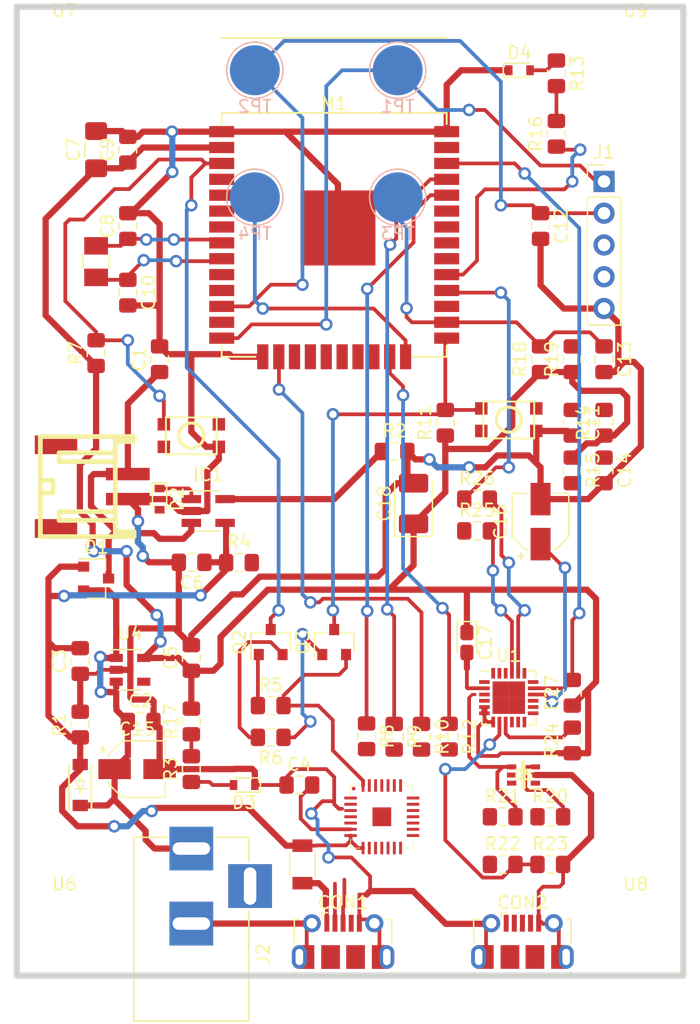
<source format=kicad_pcb>
(kicad_pcb (version 20171130) (host pcbnew "(5.0.0)")
  (layers (0 F.Cu signal) (31 B.Cu signal) (34 B.Paste user) (35 F.Paste user) (36 B.SilkS user) (37 F.SilkS user) (38 B.Mask user) (39 F.Mask user) (44 Edge.Cuts user))
  (net 0 "")
  (net 1 GND)
  (net 2 /BUT0)
  (net 3 /BUT1)
  (net 4 /BUT2)
  (net 5 /BUT3)
  (net 6 +5V)
  (net 7 "Net-(C16-Pad1)")
  (net 8 +3V3)
  (net 9 "Net-(CON1-Pad1)")
  (net 10 "Net-(CON1-Pad2)")
  (net 11 "Net-(CON1-Pad3)")
  (net 12 VCC)
  (net 13 /USB_N)
  (net 14 /USB_P)
  (net 15 /EN)
  (net 16 /IO32)
  (net 17 /IO33)
  (net 18 /IO0)
  (net 19 /U2_TX)
  (net 20 /IO5)
  (net 21 /RXD0)
  (net 22 /TXD0)
  (net 23 /CP2110_SUS)
  (net 24 +BATT)
  (net 25 /VBUS)
  (net 26 "Net-(R24-Pad2)")
  (net 27 "Net-(R25-Pad2)")
  (net 28 "Net-(R26-Pad2)")
  (net 29 "Net-(C4-Pad2)")
  (net 30 /DTR)
  (net 31 "Net-(R8-Pad2)")
  (net 32 "Net-(R9-Pad2)")
  (net 33 /RTS)
  (net 34 "Net-(R12-Pad2)")
  (net 35 "Net-(IC1-Pad5)")
  (net 36 "Net-(R17-Pad1)")
  (net 37 "Net-(D3-Pad2)")
  (net 38 "Net-(D2-Pad2)")
  (net 39 "Net-(Q2-Pad1)")
  (net 40 "Net-(Q3-Pad1)")
  (net 41 "Net-(R13-Pad2)")
  (net 42 "Net-(D4-Pad2)")
  (net 43 "Net-(D2-Pad1)")
  (net 44 "Net-(CON2-Pad1)")
  (net 45 "Net-(CON2-Pad2)")
  (net 46 "Net-(CON2-Pad3)")
  (net 47 "Net-(CON1-Pad4)")
  (net 48 "Net-(CON2-Pad4)")
  (net 49 "Net-(D5-Pad5)")
  (net 50 "Net-(D5-Pad6)")
  (net 51 /SENSOR_VP)
  (net 52 /SENSOR_VN)
  (net 53 /IO34)
  (net 54 /IO35)
  (net 55 /IO25)
  (net 56 /IO26)
  (net 57 /IO14)
  (net 58 /U2RX)
  (net 59 /IO18)
  (net 60 /IO19)
  (net 61 "Net-(M1-Pad32)")
  (net 62 /IO21)
  (net 63 /IO23)
  (net 64 /SD2)
  (net 65 /SD3)
  (net 66 /CMD)
  (net 67 /CLK)
  (net 68 /SD0)
  (net 69 /SD1)
  (net 70 /IO15)
  (net 71 /IO13)
  (net 72 /U2_RX)
  (net 73 "Net-(U1-Pad1)")
  (net 74 "Net-(U1-Pad10)")
  (net 75 "Net-(U1-Pad11)")
  (net 76 "Net-(U1-Pad12)")
  (net 77 "Net-(U1-Pad13)")
  (net 78 "Net-(U1-Pad14)")
  (net 79 "Net-(U1-Pad15)")
  (net 80 "Net-(U1-Pad18)")
  (net 81 "Net-(U1-Pad19)")
  (net 82 "Net-(U1-Pad22)")
  (net 83 "Net-(U1-Pad23)")
  (net 84 "Net-(U1-Pad24)")
  (net 85 "Net-(U4-Pad4)")
  (net 86 "Net-(U5-Pad2)")
  (net 87 "Net-(U5-Pad1)")
  (net 88 "Net-(U5-Pad22)")
  (net 89 "Net-(U5-Pad21)")
  (net 90 "Net-(U5-Pad20)")
  (net 91 "Net-(U5-Pad18)")
  (net 92 "Net-(U5-Pad17)")
  (net 93 "Net-(U5-Pad16)")
  (net 94 "Net-(U5-Pad15)")
  (net 95 "Net-(U5-Pad14)")
  (net 96 "Net-(U5-Pad13)")
  (net 97 "Net-(U5-Pad12)")
  (net 98 "Net-(U5-Pad11)")
  (net 99 "Net-(U5-Pad10)")
  (net 100 "Net-(U5-Pad9)")
  (module Scale:cp2102_xl2 (layer F.Cu) (at 143.51 107.95)
    (fp_text reference U5 hide)
    (fp_text value CP2102 hide)
    (pad "" smd circle (at -2.25044 -2.25044) (size 0.29972 0.29972) (layers F.Cu F.Paste F.Mask))
    (pad 29 smd rect (at 0 0) (size 1.50114 1.50114) (layers F.Cu F.Paste F.Mask))
    (pad 8 smd rect (at -1.50114 2.49936) (size 0.23114 1.00076) (layers F.Cu F.Paste F.Mask) (net 12 VCC))
    (pad 9 smd rect (at -1.00076 2.49936) (size 0.23114 1.00076) (layers F.Cu F.Paste F.Mask) (net 100 "Net-(U5-Pad9)"))
    (pad 10 smd rect (at -0.50038 2.49936) (size 0.23114 1.00076) (layers F.Cu F.Paste F.Mask) (net 99 "Net-(U5-Pad10)"))
    (pad 11 smd rect (at 0 2.49936) (size 0.23114 1.00076) (layers F.Cu F.Paste F.Mask) (net 98 "Net-(U5-Pad11)"))
    (pad 12 smd rect (at 0.50038 2.49936) (size 0.23114 1.00076) (layers F.Cu F.Paste F.Mask) (net 97 "Net-(U5-Pad12)"))
    (pad 13 smd rect (at 1.00076 2.49936) (size 0.23114 1.00076) (layers F.Cu F.Paste F.Mask) (net 96 "Net-(U5-Pad13)"))
    (pad 14 smd rect (at 1.50114 2.49936) (size 0.23114 1.00076) (layers F.Cu F.Paste F.Mask) (net 95 "Net-(U5-Pad14)"))
    (pad 15 smd rect (at 2.49936 1.50114) (size 1.00076 0.23114) (layers F.Cu F.Paste F.Mask) (net 94 "Net-(U5-Pad15)"))
    (pad 16 smd rect (at 2.49936 1.00076) (size 1.00076 0.23114) (layers F.Cu F.Paste F.Mask) (net 93 "Net-(U5-Pad16)"))
    (pad 17 smd rect (at 2.49936 0.50038) (size 1.00076 0.23114) (layers F.Cu F.Paste F.Mask) (net 92 "Net-(U5-Pad17)"))
    (pad 18 smd rect (at 2.49936 0) (size 1.00076 0.23114) (layers F.Cu F.Paste F.Mask) (net 91 "Net-(U5-Pad18)"))
    (pad 19 smd rect (at 2.49936 -0.50038) (size 1.00076 0.23114) (layers F.Cu F.Paste F.Mask))
    (pad 20 smd rect (at 2.49936 -1.00076) (size 1.00076 0.23114) (layers F.Cu F.Paste F.Mask) (net 90 "Net-(U5-Pad20)"))
    (pad 21 smd rect (at 2.49936 -1.50114) (size 1.00076 0.23114) (layers F.Cu F.Paste F.Mask) (net 89 "Net-(U5-Pad21)"))
    (pad 22 smd rect (at 1.50114 -2.49936) (size 0.23114 1.00076) (layers F.Cu F.Paste F.Mask) (net 88 "Net-(U5-Pad22)"))
    (pad 23 smd rect (at 1.00076 -2.49936) (size 0.23114 1.00076) (layers F.Cu F.Paste F.Mask) (net 34 "Net-(R12-Pad2)"))
    (pad 24 smd rect (at 0.50038 -2.49936) (size 0.23114 1.00076) (layers F.Cu F.Paste F.Mask) (net 33 /RTS))
    (pad 25 smd rect (at 0 -2.49936) (size 0.23114 1.00076) (layers F.Cu F.Paste F.Mask) (net 32 "Net-(R9-Pad2)"))
    (pad 26 smd rect (at -0.50038 -2.49936) (size 0.23114 1.00076) (layers F.Cu F.Paste F.Mask))
    (pad 27 smd rect (at -1.00076 -2.49936) (size 0.23114 1.00076) (layers F.Cu F.Paste F.Mask))
    (pad 28 smd rect (at -1.50114 -2.49936) (size 0.23114 1.00076) (layers F.Cu F.Paste F.Mask))
    (pad 1 smd rect (at -2.49936 -1.50114) (size 1.00076 0.23114) (layers F.Cu F.Paste F.Mask) (net 87 "Net-(U5-Pad1)"))
    (pad 2 smd rect (at -2.49936 -1.00076) (size 1.00076 0.23114) (layers F.Cu F.Paste F.Mask) (net 86 "Net-(U5-Pad2)"))
    (pad 3 smd rect (at -2.49936 -0.50038) (size 1.00076 0.23114) (layers F.Cu F.Paste F.Mask) (net 1 GND))
    (pad 4 smd rect (at -2.49936 0) (size 1.00076 0.23114) (layers F.Cu F.Paste F.Mask) (net 11 "Net-(CON1-Pad3)"))
    (pad 5 smd rect (at -2.49936 0.50038) (size 1.00076 0.23114) (layers F.Cu F.Paste F.Mask) (net 10 "Net-(CON1-Pad2)"))
    (pad 6 smd rect (at -2.49936 1.00076) (size 1.00076 0.23114) (layers F.Cu F.Paste F.Mask) (net 29 "Net-(C4-Pad2)"))
    (pad 7 smd rect (at -2.49936 1.50114) (size 1.00076 0.23114) (layers F.Cu F.Paste F.Mask) (net 12 VCC))
  )
  (module Connectors_USB:USB_Micro-B_Molex-105017-0001 (layer F.Cu) (at 140.4112 118.8142)
    (fp_text reference CON1 (at 0 -4) (layer F.SilkS))
    (fp_text value USB_B_Micro)
    (pad 6 smd rect (at 1 0.35) (size 1.5 1.9) (layers F.Cu F.Paste F.Mask) (net 1 GND))
    (pad 6 thru_hole circle (at -2.5 -2.35) (size 1.45 1.45) (drill 0.85) (layers *.Cu *.Mask) (net 1 GND))
    (pad 2 smd rect (at -0.65 -2.35) (size 0.4 1.35) (layers F.Cu F.Paste F.Mask) (net 10 "Net-(CON1-Pad2)"))
    (pad 1 smd rect (at -1.3 -2.35) (size 0.4 1.35) (layers F.Cu F.Paste F.Mask) (net 9 "Net-(CON1-Pad1)"))
    (pad 5 smd rect (at 1.3 -2.35) (size 0.4 1.35) (layers F.Cu F.Paste F.Mask) (net 1 GND))
    (pad 4 smd rect (at 0.65 -2.35) (size 0.4 1.35) (layers F.Cu F.Paste F.Mask) (net 47 "Net-(CON1-Pad4)"))
    (pad 3 smd rect (at 0 -2.35) (size 0.4 1.35) (layers F.Cu F.Paste F.Mask) (net 11 "Net-(CON1-Pad3)"))
    (pad 6 thru_hole circle (at 2.5 -2.35) (size 1.45 1.45) (drill 0.85) (layers *.Cu *.Mask) (net 1 GND))
    (pad 6 smd rect (at -1 0.35) (size 1.5 1.9) (layers F.Cu F.Paste F.Mask) (net 1 GND))
    (pad 6 thru_hole oval (at -3.5 0.35 180) (size 1.2 1.9) (drill oval 0.6 1.3) (layers *.Cu *.Mask) (net 1 GND))
    (pad 6 thru_hole oval (at 3.5 0.35) (size 1.2 1.9) (drill oval 0.6 1.3) (layers *.Cu *.Mask) (net 1 GND))
    (pad 6 smd rect (at 2.9 0.35) (size 1.2 1.9) (layers F.Cu F.Mask) (net 1 GND))
    (pad 6 smd rect (at -2.9 0.35) (size 1.2 1.9) (layers F.Cu F.Mask) (net 1 GND))
  )
  (module Connectors_USB:USB_Micro-B_Molex-105017-0001 (layer F.Cu) (at 154.7609 118.8098)
    (fp_text reference CON2 (at 0 -4) (layer F.SilkS))
    (fp_text value USB_B_Micro)
    (pad 6 smd rect (at -2.9 0.35) (size 1.2 1.9) (layers F.Cu F.Mask) (net 1 GND))
    (pad 6 smd rect (at 2.9 0.35) (size 1.2 1.9) (layers F.Cu F.Mask) (net 1 GND))
    (pad 6 thru_hole oval (at 3.5 0.35) (size 1.2 1.9) (drill oval 0.6 1.3) (layers *.Cu *.Mask) (net 1 GND))
    (pad 6 thru_hole oval (at -3.5 0.35 180) (size 1.2 1.9) (drill oval 0.6 1.3) (layers *.Cu *.Mask) (net 1 GND))
    (pad 6 smd rect (at -1 0.35) (size 1.5 1.9) (layers F.Cu F.Paste F.Mask) (net 1 GND))
    (pad 6 thru_hole circle (at 2.5 -2.35) (size 1.45 1.45) (drill 0.85) (layers *.Cu *.Mask) (net 1 GND))
    (pad 3 smd rect (at 0 -2.35) (size 0.4 1.35) (layers F.Cu F.Paste F.Mask) (net 46 "Net-(CON2-Pad3)"))
    (pad 4 smd rect (at 0.65 -2.35) (size 0.4 1.35) (layers F.Cu F.Paste F.Mask) (net 48 "Net-(CON2-Pad4)"))
    (pad 5 smd rect (at 1.3 -2.35) (size 0.4 1.35) (layers F.Cu F.Paste F.Mask) (net 1 GND))
    (pad 1 smd rect (at -1.3 -2.35) (size 0.4 1.35) (layers F.Cu F.Paste F.Mask) (net 44 "Net-(CON2-Pad1)"))
    (pad 2 smd rect (at -0.65 -2.35) (size 0.4 1.35) (layers F.Cu F.Paste F.Mask) (net 45 "Net-(CON2-Pad2)"))
    (pad 6 thru_hole circle (at -2.5 -2.35) (size 1.45 1.45) (drill 0.85) (layers *.Cu *.Mask) (net 1 GND))
    (pad 6 smd rect (at 1 0.35) (size 1.5 1.9) (layers F.Cu F.Paste F.Mask) (net 1 GND))
  )
  (module Scale:QFN-24-1EP_4x4mm_Pitch0.5mm (layer F.Cu) (at 153.67 98.425)
    (fp_text reference U1 (at 0 -3.375) (layer F.SilkS))
    (fp_text value CP2110)
    (pad 25 smd rect (at -0.65 -0.65) (size 1.3 1.3) (layers F.Cu F.Paste F.Mask))
    (pad 25 smd rect (at -0.65 0.65) (size 1.3 1.3) (layers F.Cu F.Paste F.Mask))
    (pad 25 smd rect (at 0.65 -0.65) (size 1.3 1.3) (layers F.Cu F.Paste F.Mask))
    (pad 25 smd rect (at 0.65 0.65) (size 1.3 1.3) (layers F.Cu F.Paste F.Mask))
    (pad 24 smd rect (at -1.25 -1.95 90) (size 0.85 0.3) (layers F.Cu F.Paste F.Mask) (net 84 "Net-(U1-Pad24)"))
    (pad 23 smd rect (at -0.75 -1.95 90) (size 0.85 0.3) (layers F.Cu F.Paste F.Mask) (net 83 "Net-(U1-Pad23)"))
    (pad 22 smd rect (at -0.25 -1.95 90) (size 0.85 0.3) (layers F.Cu F.Paste F.Mask) (net 82 "Net-(U1-Pad22)"))
    (pad 21 smd rect (at 0.25 -1.95 90) (size 0.85 0.3) (layers F.Cu F.Paste F.Mask) (net 27 "Net-(R25-Pad2)"))
    (pad 20 smd rect (at 0.75 -1.95 90) (size 0.85 0.3) (layers F.Cu F.Paste F.Mask) (net 28 "Net-(R26-Pad2)"))
    (pad 19 smd rect (at 1.25 -1.95 90) (size 0.85 0.3) (layers F.Cu F.Paste F.Mask) (net 81 "Net-(U1-Pad19)"))
    (pad 18 smd rect (at 1.95 -1.25) (size 0.85 0.3) (layers F.Cu F.Paste F.Mask) (net 80 "Net-(U1-Pad18)"))
    (pad 17 smd rect (at 1.95 -0.75) (size 0.85 0.3) (layers F.Cu F.Paste F.Mask) (net 23 /CP2110_SUS))
    (pad 16 smd rect (at 1.95 -0.25) (size 0.85 0.3) (layers F.Cu F.Paste F.Mask) (net 7 "Net-(C16-Pad1)"))
    (pad 15 smd rect (at 1.95 0.25) (size 0.85 0.3) (layers F.Cu F.Paste F.Mask) (net 79 "Net-(U1-Pad15)"))
    (pad 14 smd rect (at 1.95 0.75) (size 0.85 0.3) (layers F.Cu F.Paste F.Mask) (net 78 "Net-(U1-Pad14)"))
    (pad 13 smd rect (at 1.95 1.25) (size 0.85 0.3) (layers F.Cu F.Paste F.Mask) (net 77 "Net-(U1-Pad13)"))
    (pad 12 smd rect (at 1.25 1.95 90) (size 0.85 0.3) (layers F.Cu F.Paste F.Mask) (net 76 "Net-(U1-Pad12)"))
    (pad 11 smd rect (at 0.75 1.95 90) (size 0.85 0.3) (layers F.Cu F.Paste F.Mask) (net 75 "Net-(U1-Pad11)"))
    (pad 10 smd rect (at 0.25 1.95 90) (size 0.85 0.3) (layers F.Cu F.Paste F.Mask) (net 74 "Net-(U1-Pad10)"))
    (pad 9 smd rect (at -0.25 1.95 90) (size 0.85 0.3) (layers F.Cu F.Paste F.Mask) (net 26 "Net-(R24-Pad2)"))
    (pad 8 smd rect (at -0.75 1.95 90) (size 0.85 0.3) (layers F.Cu F.Paste F.Mask) (net 25 /VBUS))
    (pad 7 smd rect (at -1.25 1.95 90) (size 0.85 0.3) (layers F.Cu F.Paste F.Mask) (net 8 +3V3))
    (pad 6 smd rect (at -1.95 1.25) (size 0.85 0.3) (layers F.Cu F.Paste F.Mask) (net 8 +3V3))
    (pad 5 smd rect (at -1.95 0.75) (size 0.85 0.3) (layers F.Cu F.Paste F.Mask) (net 8 +3V3))
    (pad 4 smd rect (at -1.95 0.25) (size 0.85 0.3) (layers F.Cu F.Paste F.Mask) (net 13 /USB_N))
    (pad 3 smd rect (at -1.95 -0.25) (size 0.85 0.3) (layers F.Cu F.Paste F.Mask) (net 14 /USB_P))
    (pad 2 smd rect (at -1.95 -0.75) (size 0.85 0.3) (layers F.Cu F.Paste F.Mask) (net 1 GND))
    (pad 1 smd rect (at -1.95 -1.25) (size 0.85 0.3) (layers F.Cu F.Paste F.Mask) (net 73 "Net-(U1-Pad1)"))
  )
  (module Capacitor_Tantalum_SMD:CP_EIA-3528-12_Kemet-T_Pad1.50x2.35mm_HandSolder (layer F.Cu) (at 146.05 82.905 90)
    (fp_text reference C18 (at 0 -2.35 90) (layer F.SilkS))
    (fp_text value 1uF)
    (pad 2 smd roundrect (at 1.625 0 90) (size 1.5 2.35) (layers F.Cu F.Paste F.Mask) (roundrect_rratio 0.166667) (net 1 GND))
    (pad 1 smd roundrect (at -1.625 0 90) (size 1.5 2.35) (layers F.Cu F.Paste F.Mask) (roundrect_rratio 0.166667) (net 8 +3V3))
  )
  (module Capacitor_Tantalum_SMD:CP_EIA-1608-10_AVX-L_Pad1.25x1.05mm_HandSolder (layer F.Cu) (at 150.3172 94.0182 270)
    (fp_text reference C17 (at 0 -1.48 270) (layer F.SilkS))
    (fp_text value 0.1uF)
    (pad 2 smd roundrect (at 0.8 0 270) (size 1.25 1.05) (layers F.Cu F.Paste F.Mask) (roundrect_rratio 0.238095) (net 1 GND))
    (pad 1 smd roundrect (at -0.8 0 270) (size 1.25 1.05) (layers F.Cu F.Paste F.Mask) (roundrect_rratio 0.238095) (net 8 +3V3))
  )
  (module Capacitor_SMD:C_0805_2012Metric_Pad1.15x1.40mm_HandSolder (layer F.Cu) (at 158.75 76.445 270)
    (fp_text reference C11 (at 0 -1.65 270) (layer F.SilkS))
    (fp_text value C)
    (pad 2 smd roundrect (at 1.025 0 270) (size 1.15 1.4) (layers F.Cu F.Paste F.Mask) (roundrect_rratio 0.217391) (net 1 GND))
    (pad 1 smd roundrect (at -1.025 0 270) (size 1.15 1.4) (layers F.Cu F.Paste F.Mask) (roundrect_rratio 0.217391) (net 2 /BUT0))
  )
  (module Capacitor_SMD:C_0805_2012Metric_Pad1.15x1.40mm_HandSolder (layer F.Cu) (at 156.21 60.715 270)
    (fp_text reference C12 (at 0 -1.65 270) (layer F.SilkS))
    (fp_text value C)
    (pad 1 smd roundrect (at -1.025 0 270) (size 1.15 1.4) (layers F.Cu F.Paste F.Mask) (roundrect_rratio 0.217391) (net 3 /BUT1))
    (pad 2 smd roundrect (at 1.025 0 270) (size 1.15 1.4) (layers F.Cu F.Paste F.Mask) (roundrect_rratio 0.217391) (net 1 GND))
  )
  (module Capacitor_SMD:C_0805_2012Metric_Pad1.15x1.40mm_HandSolder (layer F.Cu) (at 161.29 71.365 270)
    (fp_text reference C13 (at 0 -1.65 270) (layer F.SilkS))
    (fp_text value C)
    (pad 2 smd roundrect (at 1.025 0 270) (size 1.15 1.4) (layers F.Cu F.Paste F.Mask) (roundrect_rratio 0.217391) (net 1 GND))
    (pad 1 smd roundrect (at -1.025 0 270) (size 1.15 1.4) (layers F.Cu F.Paste F.Mask) (roundrect_rratio 0.217391) (net 4 /BUT2))
  )
  (module Capacitor_SMD:C_0805_2012Metric_Pad1.15x1.40mm_HandSolder (layer F.Cu) (at 161.29 80.255 270)
    (fp_text reference C14 (at 0 -1.65 270) (layer F.SilkS))
    (fp_text value C)
    (pad 1 smd roundrect (at -1.025 0 270) (size 1.15 1.4) (layers F.Cu F.Paste F.Mask) (roundrect_rratio 0.217391) (net 5 /BUT3))
    (pad 2 smd roundrect (at 1.025 0 270) (size 1.15 1.4) (layers F.Cu F.Paste F.Mask) (roundrect_rratio 0.217391) (net 1 GND))
  )
  (module Capacitor_SMD:CP_Elec_4x3 (layer F.Cu) (at 123.93 104.14)
    (fp_text reference C15 (at 0 -3.2) (layer F.SilkS))
    (fp_text value 10uF)
    (pad 2 smd rect (at 1.8 0) (size 2.6 1.6) (layers F.Cu F.Paste F.Mask) (net 1 GND))
    (pad 1 smd rect (at -1.8 0) (size 2.6 1.6) (layers F.Cu F.Paste F.Mask) (net 6 +5V))
  )
  (module Capacitor_SMD:CP_Elec_4x3 (layer F.Cu) (at 156.21 84.35 90)
    (fp_text reference C16 (at 0 -3.2 90) (layer F.SilkS))
    (fp_text value 4.7uF)
    (pad 1 smd rect (at -1.8 0 90) (size 2.6 1.6) (layers F.Cu F.Paste F.Mask) (net 7 "Net-(C16-Pad1)"))
    (pad 2 smd rect (at 1.8 0 90) (size 2.6 1.6) (layers F.Cu F.Paste F.Mask) (net 1 GND))
  )
  (module Scale:SOD-80_diode_1 (layer F.Cu) (at 119.38 105.41 90)
    (fp_text reference D1 hide)
    (fp_text value BAT20J hide)
    (pad 1 smd rect (at -1.635 0 90) (size 0.91 1.22) (layers F.Cu F.Paste F.Mask) (net 6 +5V))
    (pad 2 smd rect (at 1.635 0 90) (size 0.91 1.22) (layers F.Cu F.Paste F.Mask) (net 12 VCC))
  )
  (module smd-semi:SC-70-6 (layer F.Cu) (at 154.8486 104.6122 180)
    (fp_text reference D5 (at 0 0 180) (layer F.SilkS) (effects (font (size 0.8 0.8))))
    (fp_text value SMF05C)
    (pad 5 smd rect (at 0.95 0) (size 0.75 0.4) (layers F.Cu F.Paste F.Mask) (net 49 "Net-(D5-Pad5)"))
    (pad 1 smd rect (at -0.95 -0.65) (size 0.75 0.4) (layers F.Cu F.Paste F.Mask) (net 44 "Net-(CON2-Pad1)"))
    (pad 3 smd rect (at -0.95 0.65) (size 0.75 0.4) (layers F.Cu F.Paste F.Mask) (net 13 /USB_N))
    (pad 2 smd rect (at -0.95 0) (size 0.75 0.4) (layers F.Cu F.Paste F.Mask) (net 1 GND))
    (pad 4 smd rect (at 0.95 0.65) (size 0.75 0.4) (layers F.Cu F.Paste F.Mask) (net 14 /USB_P))
    (pad 6 smd rect (at 0.95 -0.65) (size 0.75 0.4) (layers F.Cu F.Paste F.Mask) (net 50 "Net-(D5-Pad6)"))
  )
  (module Scale:Fuse_500mA (layer F.Cu) (at 137.16 111.76 270)
    (fp_text reference F1 hide)
    (fp_text value 500mA hide)
    (pad 1 smd rect (at -1.5 0 270) (size 1 1.6) (layers F.Cu F.Paste F.Mask) (net 12 VCC))
    (pad 2 smd rect (at 1.5 0 270) (size 1 1.6) (layers F.Cu F.Paste F.Mask) (net 9 "Net-(CON1-Pad1)"))
  )
  (module Scale:ESP-32S (layer F.Cu) (at 139.7 58.42)
    (fp_text reference M1 (at 0 -7.5) (layer F.SilkS))
    (fp_text value ESP-WROOM-32)
    (pad 1 smd rect (at -9 -5.25) (size 2 0.9) (layers F.Cu F.Paste F.Mask) (net 1 GND))
    (pad 2 smd rect (at -9 -3.98) (size 2 0.9) (layers F.Cu F.Paste F.Mask) (net 8 +3V3))
    (pad 3 smd rect (at -9 -2.71) (size 2 0.9) (layers F.Cu F.Paste F.Mask) (net 15 /EN))
    (pad 4 smd rect (at -9 -1.44) (size 2 0.9) (layers F.Cu F.Paste F.Mask) (net 51 /SENSOR_VP))
    (pad 5 smd rect (at -9 -0.17) (size 2 0.9) (layers F.Cu F.Paste F.Mask) (net 52 /SENSOR_VN))
    (pad 6 smd rect (at -9 1.1) (size 2 0.9) (layers F.Cu F.Paste F.Mask) (net 53 /IO34))
    (pad 7 smd rect (at -9 2.37) (size 2 0.9) (layers F.Cu F.Paste F.Mask) (net 54 /IO35))
    (pad 8 smd rect (at -9 3.64) (size 2 0.9) (layers F.Cu F.Paste F.Mask) (net 16 /IO32))
    (pad 9 smd rect (at -9 4.91) (size 2 0.9) (layers F.Cu F.Paste F.Mask) (net 17 /IO33))
    (pad 10 smd rect (at -9 6.18) (size 2 0.9) (layers F.Cu F.Paste F.Mask) (net 55 /IO25))
    (pad 11 smd rect (at -9 7.45) (size 2 0.9) (layers F.Cu F.Paste F.Mask) (net 56 /IO26))
    (pad 12 smd rect (at -9 8.72) (size 2 0.9) (layers F.Cu F.Paste F.Mask) (net 3 /BUT1))
    (pad 13 smd rect (at -9 9.99) (size 2 0.9) (layers F.Cu F.Paste F.Mask) (net 57 /IO14))
    (pad 14 smd rect (at -9 11.26) (size 2 0.9) (layers F.Cu F.Paste F.Mask) (net 2 /BUT0))
    (pad 38 smd rect (at 9 -5.25) (size 2 0.9) (layers F.Cu F.Paste F.Mask) (net 1 GND))
    (pad 25 smd rect (at 9 11.26) (size 2 0.9) (layers F.Cu F.Paste F.Mask) (net 18 /IO0))
    (pad 26 smd rect (at 9 9.99) (size 2 0.9) (layers F.Cu F.Paste F.Mask) (net 4 /BUT2))
    (pad 27 smd rect (at 9 8.72) (size 2 0.9) (layers F.Cu F.Paste F.Mask) (net 58 /U2RX))
    (pad 28 smd rect (at 9 7.45) (size 2 0.9) (layers F.Cu F.Paste F.Mask) (net 19 /U2_TX))
    (pad 29 smd rect (at 9 6.18) (size 2 0.9) (layers F.Cu F.Paste F.Mask) (net 20 /IO5))
    (pad 30 smd rect (at 9 4.91) (size 2 0.9) (layers F.Cu F.Paste F.Mask) (net 59 /IO18))
    (pad 31 smd rect (at 9 3.64) (size 2 0.9) (layers F.Cu F.Paste F.Mask) (net 60 /IO19))
    (pad 32 smd rect (at 9 2.37) (size 2 0.9) (layers F.Cu F.Paste F.Mask) (net 61 "Net-(M1-Pad32)"))
    (pad 33 smd rect (at 9 1.1) (size 2 0.9) (layers F.Cu F.Paste F.Mask) (net 62 /IO21))
    (pad 34 smd rect (at 9 -0.17) (size 2 0.9) (layers F.Cu F.Paste F.Mask) (net 21 /RXD0))
    (pad 35 smd rect (at 9 -1.44) (size 2 0.9) (layers F.Cu F.Paste F.Mask) (net 22 /TXD0))
    (pad 36 smd rect (at 9 -2.71) (size 2 0.9) (layers F.Cu F.Paste F.Mask) (net 23 /CP2110_SUS))
    (pad 37 smd rect (at 9 -3.98) (size 2 0.9) (layers F.Cu F.Paste F.Mask) (net 63 /IO23))
    (pad 15 smd rect (at -5.715 12.75 90) (size 2 0.9) (layers F.Cu F.Paste F.Mask) (net 1 GND))
    (pad 16 smd rect (at -4.43 12.75 90) (size 2 0.9) (layers F.Cu F.Paste F.Mask) (net 71 /IO13))
    (pad 17 smd rect (at -3.175 12.75 90) (size 2 0.9) (layers F.Cu F.Paste F.Mask) (net 64 /SD2))
    (pad 18 smd rect (at -1.905 12.75 90) (size 2 0.9) (layers F.Cu F.Paste F.Mask) (net 65 /SD3))
    (pad 19 smd rect (at -0.635 12.75 90) (size 2 0.9) (layers F.Cu F.Paste F.Mask) (net 66 /CMD))
    (pad 20 smd rect (at 0.635 12.75 90) (size 2 0.9) (layers F.Cu F.Paste F.Mask) (net 67 /CLK))
    (pad 21 smd rect (at 1.905 12.75 90) (size 2 0.9) (layers F.Cu F.Paste F.Mask) (net 68 /SD0))
    (pad 22 smd rect (at 3.175 12.75 90) (size 2 0.9) (layers F.Cu F.Paste F.Mask) (net 69 /SD1))
    (pad 23 smd rect (at 4.445 12.75 90) (size 2 0.9) (layers F.Cu F.Paste F.Mask) (net 70 /IO15))
    (pad 24 smd rect (at 5.715 12.75 90) (size 2 0.9) (layers F.Cu F.Paste F.Mask) (net 5 /BUT3))
    (pad 1 smd rect (at 0.3 2.45 90) (size 6 6) (layers F.Cu F.Paste F.Mask) (net 1 GND))
  )
  (module Scale:JST_SMD (layer F.Cu) (at 123.19 81.54924 270)
    (fp_text reference P1 hide)
    (fp_text value LIPO hide)
    (pad 1 smd rect (at -1.00076 0 270) (size 0.99568 3.49758) (layers F.Cu F.Paste F.Mask) (net 24 +BATT))
    (pad 2 smd rect (at 1.00076 0 270) (size 0.99822 3.49758) (layers F.Cu F.Paste F.Mask) (net 1 GND))
    (pad "" smd rect (at -3.34518 5.74802 270) (size 1.4986 3.39852) (layers F.Cu F.Paste F.Mask))
    (pad "" smd rect (at 3.34772 5.74802 270) (size 1.4986 3.39598) (layers F.Cu F.Paste F.Mask))
  )
  (module Resistor_SMD:R_0805_2012Metric_Pad1.15x1.40mm_HandSolder (layer F.Cu) (at 161.29 76.445 90)
    (fp_text reference R14 (at 0 -1.65 90) (layer F.SilkS))
    (fp_text value 10K)
    (pad 1 smd roundrect (at -1.025 0 90) (size 1.15 1.4) (layers F.Cu F.Paste F.Mask) (roundrect_rratio 0.217391) (net 8 +3V3))
    (pad 2 smd roundrect (at 1.025 0 90) (size 1.15 1.4) (layers F.Cu F.Paste F.Mask) (roundrect_rratio 0.217391) (net 2 /BUT0))
  )
  (module Resistor_SMD:R_0805_2012Metric_Pad1.15x1.40mm_HandSolder (layer F.Cu) (at 158.75 80.255 270)
    (fp_text reference R15 (at 0 -1.65 270) (layer F.SilkS))
    (fp_text value 10k)
    (pad 2 smd roundrect (at 1.025 0 270) (size 1.15 1.4) (layers F.Cu F.Paste F.Mask) (roundrect_rratio 0.217391) (net 3 /BUT1))
    (pad 1 smd roundrect (at -1.025 0 270) (size 1.15 1.4) (layers F.Cu F.Paste F.Mask) (roundrect_rratio 0.217391) (net 8 +3V3))
  )
  (module Resistor_SMD:R_0805_2012Metric_Pad1.15x1.40mm_HandSolder (layer F.Cu) (at 156.21 71.365 90)
    (fp_text reference R18 (at 0 -1.65 90) (layer F.SilkS))
    (fp_text value 10K)
    (pad 1 smd roundrect (at -1.025 0 90) (size 1.15 1.4) (layers F.Cu F.Paste F.Mask) (roundrect_rratio 0.217391) (net 8 +3V3))
    (pad 2 smd roundrect (at 1.025 0 90) (size 1.15 1.4) (layers F.Cu F.Paste F.Mask) (roundrect_rratio 0.217391) (net 4 /BUT2))
  )
  (module Resistor_SMD:R_0805_2012Metric_Pad1.15x1.40mm_HandSolder (layer F.Cu) (at 158.75 71.365 90)
    (fp_text reference R19 (at 0 -1.65 90) (layer F.SilkS))
    (fp_text value 10K)
    (pad 2 smd roundrect (at 1.025 0 90) (size 1.15 1.4) (layers F.Cu F.Paste F.Mask) (roundrect_rratio 0.217391) (net 5 /BUT3))
    (pad 1 smd roundrect (at -1.025 0 90) (size 1.15 1.4) (layers F.Cu F.Paste F.Mask) (roundrect_rratio 0.217391) (net 8 +3V3))
  )
  (module Resistor_SMD:R_0805_2012Metric_Pad1.15x1.40mm_HandSolder (layer F.Cu) (at 156.99 107.95)
    (fp_text reference R20 (at 0 -1.65) (layer F.SilkS))
    (fp_text value 22R)
    (pad 2 smd roundrect (at 1.025 0) (size 1.15 1.4) (layers F.Cu F.Paste F.Mask) (roundrect_rratio 0.217391) (net 13 /USB_N))
    (pad 1 smd roundrect (at -1.025 0) (size 1.15 1.4) (layers F.Cu F.Paste F.Mask) (roundrect_rratio 0.217391) (net 45 "Net-(CON2-Pad2)"))
  )
  (module Resistor_SMD:R_0805_2012Metric_Pad1.15x1.40mm_HandSolder (layer F.Cu) (at 153.18 107.95)
    (fp_text reference R21 (at 0 -1.65) (layer F.SilkS))
    (fp_text value 22R)
    (pad 1 smd roundrect (at -1.025 0) (size 1.15 1.4) (layers F.Cu F.Paste F.Mask) (roundrect_rratio 0.217391) (net 46 "Net-(CON2-Pad3)"))
    (pad 2 smd roundrect (at 1.025 0) (size 1.15 1.4) (layers F.Cu F.Paste F.Mask) (roundrect_rratio 0.217391) (net 14 /USB_P))
  )
  (module Resistor_SMD:R_0805_2012Metric_Pad1.15x1.40mm_HandSolder (layer F.Cu) (at 153.18 111.76)
    (fp_text reference R22 (at 0 -1.65) (layer F.SilkS))
    (fp_text value 47K)
    (pad 2 smd roundrect (at 1.025 0) (size 1.15 1.4) (layers F.Cu F.Paste F.Mask) (roundrect_rratio 0.217391) (net 25 /VBUS))
    (pad 1 smd roundrect (at -1.025 0) (size 1.15 1.4) (layers F.Cu F.Paste F.Mask) (roundrect_rratio 0.217391) (net 44 "Net-(CON2-Pad1)"))
  )
  (module Resistor_SMD:R_0805_2012Metric_Pad1.15x1.40mm_HandSolder (layer F.Cu) (at 156.99 111.76)
    (fp_text reference R23 (at 0 -1.65) (layer F.SilkS))
    (fp_text value 24K)
    (pad 1 smd roundrect (at -1.025 0) (size 1.15 1.4) (layers F.Cu F.Paste F.Mask) (roundrect_rratio 0.217391) (net 25 /VBUS))
    (pad 2 smd roundrect (at 1.025 0) (size 1.15 1.4) (layers F.Cu F.Paste F.Mask) (roundrect_rratio 0.217391) (net 1 GND))
  )
  (module Resistor_SMD:R_0805_2012Metric_Pad1.15x1.40mm_HandSolder (layer F.Cu) (at 158.75 101.845 90)
    (fp_text reference R24 (at 0 -1.65 90) (layer F.SilkS))
    (fp_text value 4K7)
    (pad 1 smd roundrect (at -1.025 0 90) (size 1.15 1.4) (layers F.Cu F.Paste F.Mask) (roundrect_rratio 0.217391) (net 8 +3V3))
    (pad 2 smd roundrect (at 1.025 0 90) (size 1.15 1.4) (layers F.Cu F.Paste F.Mask) (roundrect_rratio 0.217391) (net 26 "Net-(R24-Pad2)"))
  )
  (module Resistor_SMD:R_0805_2012Metric_Pad1.15x1.40mm_HandSolder (layer F.Cu) (at 151.13 85.09)
    (fp_text reference R25 (at 0 -1.65) (layer F.SilkS))
    (fp_text value 22R)
    (pad 2 smd roundrect (at 1.025 0) (size 1.15 1.4) (layers F.Cu F.Paste F.Mask) (roundrect_rratio 0.217391) (net 27 "Net-(R25-Pad2)"))
    (pad 1 smd roundrect (at -1.025 0) (size 1.15 1.4) (layers F.Cu F.Paste F.Mask) (roundrect_rratio 0.217391) (net 72 /U2_RX))
  )
  (module Resistor_SMD:R_0805_2012Metric_Pad1.15x1.40mm_HandSolder (layer F.Cu) (at 151.13 82.55)
    (fp_text reference R26 (at 0 -1.65) (layer F.SilkS))
    (fp_text value 22R)
    (pad 1 smd roundrect (at -1.025 0) (size 1.15 1.4) (layers F.Cu F.Paste F.Mask) (roundrect_rratio 0.217391) (net 19 /U2_TX))
    (pad 2 smd roundrect (at 1.025 0) (size 1.15 1.4) (layers F.Cu F.Paste F.Mask) (roundrect_rratio 0.217391) (net 28 "Net-(R26-Pad2)"))
  )
  (module Resistor_SMD:R_0805_2012Metric_Pad1.15x1.40mm_HandSolder (layer F.Cu) (at 158.75 98.035 90)
    (fp_text reference R27 (at 0 -1.65 90) (layer F.SilkS))
    (fp_text value R)
    (pad 2 smd roundrect (at 1.025 0 90) (size 1.15 1.4) (layers F.Cu F.Paste F.Mask) (roundrect_rratio 0.217391) (net 23 /CP2110_SUS))
    (pad 1 smd roundrect (at -1.025 0 90) (size 1.15 1.4) (layers F.Cu F.Paste F.Mask) (roundrect_rratio 0.217391) (net 8 +3V3))
  )
  (module Scale:smd_push2_New (layer F.Cu) (at 128.27 77.47)
    (fp_text reference SW1 hide)
    (fp_text value SW_PUSH hide)
    (pad 4 smd rect (at 2.2 -0.9) (size 1.00076 1.00076) (layers F.Cu F.Paste F.Mask))
    (pad 3 smd rect (at -2.2 0.9) (size 1.00076 1.00076) (layers F.Cu F.Paste F.Mask))
    (pad 2 smd rect (at 2.2 0.9) (size 1.00076 1.00076) (layers F.Cu F.Paste F.Mask) (net 1 GND))
    (pad 1 smd rect (at -2.2 -0.9) (size 1.00076 1.00076) (layers F.Cu F.Paste F.Mask) (net 15 /EN))
  )
  (module Scale:smd_push2_New (layer F.Cu) (at 153.67 76.2)
    (fp_text reference SW2 hide)
    (fp_text value SW_PUSH hide)
    (pad 1 smd rect (at -2.2 -0.9) (size 1.00076 1.00076) (layers F.Cu F.Paste F.Mask) (net 18 /IO0))
    (pad 2 smd rect (at 2.2 0.9) (size 1.00076 1.00076) (layers F.Cu F.Paste F.Mask) (net 1 GND))
    (pad 3 smd rect (at -2.2 0.9) (size 1.00076 1.00076) (layers F.Cu F.Paste F.Mask))
    (pad 4 smd rect (at 2.2 -0.9) (size 1.00076 1.00076) (layers F.Cu F.Paste F.Mask))
  )
  (module Scale:SMD_RTC_Crstl (layer F.Cu) (at 120.65 63.5 270)
    (fp_text reference Y1 hide)
    (fp_text value "32.768KHz RTC Crystal" hide)
    (pad 1 smd rect (at -1.2 0 270) (size 1.4 1.9) (layers F.Cu F.Paste F.Mask) (net 16 /IO32))
    (pad 2 smd rect (at 1.3208 0 270) (size 1.4 1.9) (layers F.Cu F.Paste F.Mask) (net 17 /IO33))
  )
  (module Connector_PinHeader_2.54mm:PinHeader_1x05_P2.54mm_Vertical (layer F.Cu) (at 161.29 57.15)
    (fp_text reference J1 (at 0 -2.33) (layer F.SilkS))
    (fp_text value BUTTON)
    (pad 1 thru_hole rect (at 0 0) (size 1.7 1.7) (drill 1) (layers *.Cu *.Mask) (net 2 /BUT0))
    (pad 2 thru_hole oval (at 0 2.54) (size 1.7 1.7) (drill 1) (layers *.Cu *.Mask) (net 3 /BUT1))
    (pad 3 thru_hole oval (at 0 5.08) (size 1.7 1.7) (drill 1) (layers *.Cu *.Mask) (net 4 /BUT2))
    (pad 4 thru_hole oval (at 0 7.62) (size 1.7 1.7) (drill 1) (layers *.Cu *.Mask) (net 5 /BUT3))
    (pad 5 thru_hole oval (at 0 10.16) (size 1.7 1.7) (drill 1) (layers *.Cu *.Mask) (net 1 GND))
  )
  (module Capacitor_SMD:C_0805_2012Metric_Pad1.15x1.40mm_HandSolder (layer F.Cu) (at 125.73 71.365 90)
    (fp_text reference C1 (at 0 -1.65 90) (layer F.SilkS))
    (fp_text value 4.7uF)
    (pad 2 smd roundrect (at 1.025 0 90) (size 1.15 1.4) (layers F.Cu F.Paste F.Mask) (roundrect_rratio 0.217391) (net 1 GND))
    (pad 1 smd roundrect (at -1.025 0 90) (size 1.15 1.4) (layers F.Cu F.Paste F.Mask) (roundrect_rratio 0.217391) (net 24 +BATT))
  )
  (module Capacitor_SMD:C_0805_2012Metric_Pad1.15x1.40mm_HandSolder (layer F.Cu) (at 124.215 100.33)
    (fp_text reference C2 (at 0 -1.65) (layer F.SilkS))
    (fp_text value 1uF)
    (pad 1 smd roundrect (at -1.025 0) (size 1.15 1.4) (layers F.Cu F.Paste F.Mask) (roundrect_rratio 0.217391) (net 6 +5V))
    (pad 2 smd roundrect (at 1.025 0) (size 1.15 1.4) (layers F.Cu F.Paste F.Mask) (roundrect_rratio 0.217391) (net 1 GND))
  )
  (module Capacitor_SMD:C_0805_2012Metric_Pad1.15x1.40mm_HandSolder (layer F.Cu) (at 119.38 95.495 90)
    (fp_text reference C3 (at 0 -1.65 90) (layer F.SilkS))
    (fp_text value 0.1uF)
    (pad 1 smd roundrect (at -1.025 0 90) (size 1.15 1.4) (layers F.Cu F.Paste F.Mask) (roundrect_rratio 0.217391) (net 1 GND))
    (pad 2 smd roundrect (at 1.025 0 90) (size 1.15 1.4) (layers F.Cu F.Paste F.Mask) (roundrect_rratio 0.217391) (net 12 VCC))
  )
  (module Capacitor_SMD:C_0805_2012Metric_Pad1.15x1.40mm_HandSolder (layer F.Cu) (at 136.915 105.41)
    (fp_text reference C4 (at 0 -1.65) (layer F.SilkS))
    (fp_text value 0.1uF)
    (pad 2 smd roundrect (at 1.025 0) (size 1.15 1.4) (layers F.Cu F.Paste F.Mask) (roundrect_rratio 0.217391) (net 29 "Net-(C4-Pad2)"))
    (pad 1 smd roundrect (at -1.025 0) (size 1.15 1.4) (layers F.Cu F.Paste F.Mask) (roundrect_rratio 0.217391) (net 1 GND))
  )
  (module Capacitor_SMD:C_0805_2012Metric_Pad1.15x1.40mm_HandSolder (layer F.Cu) (at 128.27 95.25 90)
    (fp_text reference C5 (at 0 -1.65 90) (layer F.SilkS))
    (fp_text value 2.2uF)
    (pad 1 smd roundrect (at -1.025 0 90) (size 1.15 1.4) (layers F.Cu F.Paste F.Mask) (roundrect_rratio 0.217391) (net 8 +3V3))
    (pad 2 smd roundrect (at 1.025 0 90) (size 1.15 1.4) (layers F.Cu F.Paste F.Mask) (roundrect_rratio 0.217391) (net 1 GND))
  )
  (module Capacitor_SMD:C_0805_2012Metric_Pad1.15x1.40mm_HandSolder (layer F.Cu) (at 128.2954 87.6046 180)
    (fp_text reference C6 (at 0 -1.65 180) (layer F.SilkS))
    (fp_text value 4.7uF)
    (pad 1 smd roundrect (at -1.025 0 180) (size 1.15 1.4) (layers F.Cu F.Paste F.Mask) (roundrect_rratio 0.217391) (net 12 VCC))
    (pad 2 smd roundrect (at 1.025 0 180) (size 1.15 1.4) (layers F.Cu F.Paste F.Mask) (roundrect_rratio 0.217391) (net 1 GND))
  )
  (module Capacitor_SMD:C_1206_3216Metric_Pad1.42x1.75mm_HandSolder (layer F.Cu) (at 120.65 54.61 90)
    (fp_text reference C7 (at 0 -1.82 90) (layer F.SilkS))
    (fp_text value 100uF)
    (pad 1 smd roundrect (at -1.4875 0 90) (size 1.425 1.75) (layers F.Cu F.Paste F.Mask) (roundrect_rratio 0.175439) (net 8 +3V3))
    (pad 2 smd roundrect (at 1.4875 0 90) (size 1.425 1.75) (layers F.Cu F.Paste F.Mask) (roundrect_rratio 0.175439) (net 1 GND))
  )
  (module Capacitor_SMD:C_0805_2012Metric_Pad1.15x1.40mm_HandSolder (layer F.Cu) (at 123.19 60.715 90)
    (fp_text reference C8 (at 0 -1.65 90) (layer F.SilkS))
    (fp_text value 15pF)
    (pad 1 smd roundrect (at -1.025 0 90) (size 1.15 1.4) (layers F.Cu F.Paste F.Mask) (roundrect_rratio 0.217391) (net 16 /IO32))
    (pad 2 smd roundrect (at 1.025 0 90) (size 1.15 1.4) (layers F.Cu F.Paste F.Mask) (roundrect_rratio 0.217391) (net 1 GND))
  )
  (module Capacitor_SMD:C_0805_2012Metric_Pad1.15x1.40mm_HandSolder (layer F.Cu) (at 123.19 54.61 90)
    (fp_text reference C9 (at 0 -1.65 90) (layer F.SilkS))
    (fp_text value 100nF)
    (pad 2 smd roundrect (at 1.025 0 90) (size 1.15 1.4) (layers F.Cu F.Paste F.Mask) (roundrect_rratio 0.217391) (net 1 GND))
    (pad 1 smd roundrect (at -1.025 0 90) (size 1.15 1.4) (layers F.Cu F.Paste F.Mask) (roundrect_rratio 0.217391) (net 8 +3V3))
  )
  (module Capacitor_SMD:C_0805_2012Metric_Pad1.15x1.40mm_HandSolder (layer F.Cu) (at 123.19 66.04 270)
    (fp_text reference C10 (at 0 -1.65 270) (layer F.SilkS))
    (fp_text value 15pF)
    (pad 2 smd roundrect (at 1.025 0 270) (size 1.15 1.4) (layers F.Cu F.Paste F.Mask) (roundrect_rratio 0.217391) (net 1 GND))
    (pad 1 smd roundrect (at -1.025 0 270) (size 1.15 1.4) (layers F.Cu F.Paste F.Mask) (roundrect_rratio 0.217391) (net 17 /IO33))
  )
  (module Resistor_SMD:R_0805_2012Metric_Pad1.15x1.40mm_HandSolder (layer F.Cu) (at 119.38 100.575 90)
    (fp_text reference R1 (at 0 -1.65 90) (layer F.SilkS))
    (fp_text value 100K)
    (pad 1 smd roundrect (at -1.025 0 90) (size 1.15 1.4) (layers F.Cu F.Paste F.Mask) (roundrect_rratio 0.217391) (net 12 VCC))
    (pad 2 smd roundrect (at 1.025 0 90) (size 1.15 1.4) (layers F.Cu F.Paste F.Mask) (roundrect_rratio 0.217391) (net 1 GND))
  )
  (module Resistor_SMD:R_0805_2012Metric_Pad1.15x1.40mm_HandSolder (layer F.Cu) (at 144.535 78.74)
    (fp_text reference R2 (at 0 -1.65) (layer F.SilkS))
    (fp_text value 2K)
    (pad 2 smd roundrect (at 1.025 0) (size 1.15 1.4) (layers F.Cu F.Paste F.Mask) (roundrect_rratio 0.217391) (net 1 GND))
    (pad 1 smd roundrect (at -1.025 0) (size 1.15 1.4) (layers F.Cu F.Paste F.Mask) (roundrect_rratio 0.217391) (net 35 "Net-(IC1-Pad5)"))
  )
  (module Resistor_SMD:R_0805_2012Metric_Pad1.15x1.40mm_HandSolder (layer F.Cu) (at 128.27 104.14 90)
    (fp_text reference R3 (at 0 -1.65 90) (layer F.SilkS))
    (fp_text value 1K)
    (pad 2 smd roundrect (at 1.025 0 90) (size 1.15 1.4) (layers F.Cu F.Paste F.Mask) (roundrect_rratio 0.217391) (net 36 "Net-(R17-Pad1)"))
    (pad 1 smd roundrect (at -1.025 0 90) (size 1.15 1.4) (layers F.Cu F.Paste F.Mask) (roundrect_rratio 0.217391) (net 37 "Net-(D3-Pad2)"))
  )
  (module Resistor_SMD:R_0805_2012Metric_Pad1.15x1.40mm_HandSolder (layer F.Cu) (at 132.08 87.63)
    (fp_text reference R4 (at 0 -1.65) (layer F.SilkS))
    (fp_text value 1K)
    (pad 1 smd roundrect (at -1.025 0) (size 1.15 1.4) (layers F.Cu F.Paste F.Mask) (roundrect_rratio 0.217391) (net 12 VCC))
    (pad 2 smd roundrect (at 1.025 0) (size 1.15 1.4) (layers F.Cu F.Paste F.Mask) (roundrect_rratio 0.217391) (net 38 "Net-(D2-Pad2)"))
  )
  (module Resistor_SMD:R_0805_2012Metric_Pad1.15x1.40mm_HandSolder (layer F.Cu) (at 134.62 99.06)
    (fp_text reference R5 (at 0 -1.65) (layer F.SilkS))
    (fp_text value 12K)
    (pad 2 smd roundrect (at 1.025 0) (size 1.15 1.4) (layers F.Cu F.Paste F.Mask) (roundrect_rratio 0.217391) (net 30 /DTR))
    (pad 1 smd roundrect (at -1.025 0) (size 1.15 1.4) (layers F.Cu F.Paste F.Mask) (roundrect_rratio 0.217391) (net 39 "Net-(Q2-Pad1)"))
  )
  (module Resistor_SMD:R_0805_2012Metric_Pad1.15x1.40mm_HandSolder (layer F.Cu) (at 134.62 101.6 180)
    (fp_text reference R6 (at 0 -1.65 180) (layer F.SilkS))
    (fp_text value 12K)
    (pad 1 smd roundrect (at -1.025 0 180) (size 1.15 1.4) (layers F.Cu F.Paste F.Mask) (roundrect_rratio 0.217391) (net 40 "Net-(Q3-Pad1)"))
    (pad 2 smd roundrect (at 1.025 0 180) (size 1.15 1.4) (layers F.Cu F.Paste F.Mask) (roundrect_rratio 0.217391) (net 33 /RTS))
  )
  (module Resistor_SMD:R_0805_2012Metric_Pad1.15x1.40mm_HandSolder (layer F.Cu) (at 120.65 70.875 90)
    (fp_text reference R7 (at 0 -1.65 90) (layer F.SilkS))
    (fp_text value 10K)
    (pad 1 smd roundrect (at -1.025 0 90) (size 1.15 1.4) (layers F.Cu F.Paste F.Mask) (roundrect_rratio 0.217391) (net 8 +3V3))
    (pad 2 smd roundrect (at 1.025 0 90) (size 1.15 1.4) (layers F.Cu F.Paste F.Mask) (roundrect_rratio 0.217391) (net 15 /EN))
  )
  (module Resistor_SMD:R_0805_2012Metric_Pad1.15x1.40mm_HandSolder (layer F.Cu) (at 142.2908 101.5148 270)
    (fp_text reference R8 (at 0 -1.65 270) (layer F.SilkS))
    (fp_text value 0E)
    (pad 2 smd roundrect (at 1.025 0 270) (size 1.15 1.4) (layers F.Cu F.Paste F.Mask) (roundrect_rratio 0.217391) (net 31 "Net-(R8-Pad2)"))
    (pad 1 smd roundrect (at -1.025 0 270) (size 1.15 1.4) (layers F.Cu F.Paste F.Mask) (roundrect_rratio 0.217391) (net 21 /RXD0))
  )
  (module Resistor_SMD:R_0805_2012Metric_Pad1.15x1.40mm_HandSolder (layer F.Cu) (at 144.5006 101.5492 270)
    (fp_text reference R9 (at 0 -1.65 270) (layer F.SilkS))
    (fp_text value 0E)
    (pad 1 smd roundrect (at -1.025 0 270) (size 1.15 1.4) (layers F.Cu F.Paste F.Mask) (roundrect_rratio 0.217391) (net 22 /TXD0))
    (pad 2 smd roundrect (at 1.025 0 270) (size 1.15 1.4) (layers F.Cu F.Paste F.Mask) (roundrect_rratio 0.217391) (net 32 "Net-(R9-Pad2)"))
  )
  (module Resistor_SMD:R_0805_2012Metric_Pad1.15x1.40mm_HandSolder (layer F.Cu) (at 146.685 101.5492 270)
    (fp_text reference R10 (at 0 -1.65 270) (layer F.SilkS))
    (fp_text value 0E)
    (pad 1 smd roundrect (at -1.025 0 270) (size 1.15 1.4) (layers F.Cu F.Paste F.Mask) (roundrect_rratio 0.217391) (net 71 /IO13))
    (pad 2 smd roundrect (at 1.025 0 270) (size 1.15 1.4) (layers F.Cu F.Paste F.Mask) (roundrect_rratio 0.217391) (net 33 /RTS))
  )
  (module Resistor_SMD:R_0805_2012Metric_Pad1.15x1.40mm_HandSolder (layer F.Cu) (at 148.59 76.445 90)
    (fp_text reference R11 (at 0 -1.65 90) (layer F.SilkS))
    (fp_text value 10K)
    (pad 2 smd roundrect (at 1.025 0 90) (size 1.15 1.4) (layers F.Cu F.Paste F.Mask) (roundrect_rratio 0.217391) (net 18 /IO0))
    (pad 1 smd roundrect (at -1.025 0 90) (size 1.15 1.4) (layers F.Cu F.Paste F.Mask) (roundrect_rratio 0.217391) (net 8 +3V3))
  )
  (module Resistor_SMD:R_0805_2012Metric_Pad1.15x1.40mm_HandSolder (layer F.Cu) (at 148.8948 101.5402 270)
    (fp_text reference R12 (at 0 -1.65 270) (layer F.SilkS))
    (fp_text value 0E)
    (pad 1 smd roundrect (at -1.025 0 270) (size 1.15 1.4) (layers F.Cu F.Paste F.Mask) (roundrect_rratio 0.217391) (net 70 /IO15))
    (pad 2 smd roundrect (at 1.025 0 270) (size 1.15 1.4) (layers F.Cu F.Paste F.Mask) (roundrect_rratio 0.217391) (net 34 "Net-(R12-Pad2)"))
  )
  (module Resistor_SMD:R_0805_2012Metric_Pad1.15x1.40mm_HandSolder (layer F.Cu) (at 157.48 48.505 270)
    (fp_text reference R13 (at 0 -1.65 270) (layer F.SilkS))
    (fp_text value 330E)
    (pad 2 smd roundrect (at 1.025 0 270) (size 1.15 1.4) (layers F.Cu F.Paste F.Mask) (roundrect_rratio 0.217391) (net 41 "Net-(R13-Pad2)"))
    (pad 1 smd roundrect (at -1.025 0 270) (size 1.15 1.4) (layers F.Cu F.Paste F.Mask) (roundrect_rratio 0.217391) (net 42 "Net-(D4-Pad2)"))
  )
  (module Resistor_SMD:R_0805_2012Metric_Pad1.15x1.40mm_HandSolder (layer F.Cu) (at 157.48 53.34 90)
    (fp_text reference R16 (at 0 -1.65 90) (layer F.SilkS))
    (fp_text value 0E)
    (pad 1 smd roundrect (at -1.025 0 90) (size 1.15 1.4) (layers F.Cu F.Paste F.Mask) (roundrect_rratio 0.217391) (net 20 /IO5))
    (pad 2 smd roundrect (at 1.025 0 90) (size 1.15 1.4) (layers F.Cu F.Paste F.Mask) (roundrect_rratio 0.217391) (net 41 "Net-(R13-Pad2)"))
  )
  (module Resistor_SMD:R_0805_2012Metric_Pad1.15x1.40mm_HandSolder (layer F.Cu) (at 128.27 100.33 90)
    (fp_text reference R17 (at 0 -1.65 90) (layer F.SilkS))
    (fp_text value 0E)
    (pad 2 smd roundrect (at 1.025 0 90) (size 1.15 1.4) (layers F.Cu F.Paste F.Mask) (roundrect_rratio 0.217391) (net 8 +3V3))
    (pad 1 smd roundrect (at -1.025 0 90) (size 1.15 1.4) (layers F.Cu F.Paste F.Mask) (roundrect_rratio 0.217391) (net 36 "Net-(R17-Pad1)"))
  )
  (module Package_TO_SOT_SMD:SOT-23-5_HandSoldering (layer F.Cu) (at 129.62 83.5)
    (fp_text reference IC1 (at 0 -2.9) (layer F.SilkS))
    (fp_text value MCP73831)
    (pad 1 smd rect (at -1.35 -0.95) (size 1.56 0.65) (layers F.Cu F.Paste F.Mask) (net 43 "Net-(D2-Pad1)"))
    (pad 2 smd rect (at -1.35 0) (size 1.56 0.65) (layers F.Cu F.Paste F.Mask) (net 1 GND))
    (pad 3 smd rect (at -1.35 0.95) (size 1.56 0.65) (layers F.Cu F.Paste F.Mask) (net 24 +BATT))
    (pad 4 smd rect (at 1.35 0.95) (size 1.56 0.65) (layers F.Cu F.Paste F.Mask) (net 12 VCC))
    (pad 5 smd rect (at 1.35 -0.95) (size 1.56 0.65) (layers F.Cu F.Paste F.Mask) (net 35 "Net-(IC1-Pad5)"))
  )
  (module TO_SOT_Packages_SMD:SOT-23 (layer F.Cu) (at 120.65 88.9)
    (fp_text reference Q1 (at 0 -2.5) (layer F.SilkS))
    (fp_text value IRLML5203)
    (pad 1 smd rect (at -1 -0.95) (size 0.9 0.8) (layers F.Cu F.Paste F.Mask) (net 12 VCC))
    (pad 2 smd rect (at -1 0.95) (size 0.9 0.8) (layers F.Cu F.Paste F.Mask) (net 6 +5V))
    (pad 3 smd rect (at 1 0) (size 0.9 0.8) (layers F.Cu F.Paste F.Mask) (net 24 +BATT))
  )
  (module TO_SOT_Packages_SMD:SOT-23 (layer F.Cu) (at 134.62 93.98 90)
    (fp_text reference Q2 (at 0 -2.5 90) (layer F.SilkS))
    (fp_text value S8050)
    (pad 3 smd rect (at 1 0 90) (size 0.9 0.8) (layers F.Cu F.Paste F.Mask) (net 15 /EN))
    (pad 2 smd rect (at -1 0.95 90) (size 0.9 0.8) (layers F.Cu F.Paste F.Mask) (net 33 /RTS))
    (pad 1 smd rect (at -1 -0.95 90) (size 0.9 0.8) (layers F.Cu F.Paste F.Mask) (net 39 "Net-(Q2-Pad1)"))
  )
  (module TO_SOT_Packages_SMD:SOT-23 (layer F.Cu) (at 139.7 93.98 90)
    (fp_text reference Q3 (at 0 -2.5 90) (layer F.SilkS))
    (fp_text value S8050)
    (pad 3 smd rect (at 1 0 90) (size 0.9 0.8) (layers F.Cu F.Paste F.Mask) (net 18 /IO0))
    (pad 2 smd rect (at -1 0.95 90) (size 0.9 0.8) (layers F.Cu F.Paste F.Mask) (net 30 /DTR))
    (pad 1 smd rect (at -1 -0.95 90) (size 0.9 0.8) (layers F.Cu F.Paste F.Mask) (net 40 "Net-(Q3-Pad1)"))
  )
  (module Diodes_SMD:D_0603 (layer F.Cu) (at 125.73 82.55 270)
    (fp_text reference D2 (at 0 -1.4 270) (layer F.SilkS))
    (fp_text value Yellow)
    (pad 2 smd rect (at 0.85 0 270) (size 0.6 0.8) (layers F.Cu F.Paste F.Mask) (net 38 "Net-(D2-Pad2)"))
    (pad 1 smd rect (at -0.85 0 270) (size 0.6 0.8) (layers F.Cu F.Paste F.Mask) (net 43 "Net-(D2-Pad1)"))
  )
  (module Diodes_SMD:D_0603 (layer F.Cu) (at 132.5 105.41 180)
    (fp_text reference D3 (at 0 -1.4 180) (layer F.SilkS))
    (fp_text value LED)
    (pad 2 smd rect (at 0.85 0 180) (size 0.6 0.8) (layers F.Cu F.Paste F.Mask) (net 37 "Net-(D3-Pad2)"))
    (pad 1 smd rect (at -0.85 0 180) (size 0.6 0.8) (layers F.Cu F.Paste F.Mask) (net 1 GND))
  )
  (module Diodes_SMD:D_0603 (layer F.Cu) (at 154.52 48.26)
    (fp_text reference D4 (at 0 -1.4) (layer F.SilkS))
    (fp_text value Blue)
    (pad 1 smd rect (at -0.85 0) (size 0.6 0.8) (layers F.Cu F.Paste F.Mask) (net 1 GND))
    (pad 2 smd rect (at 0.85 0) (size 0.6 0.8) (layers F.Cu F.Paste F.Mask) (net 42 "Net-(D4-Pad2)"))
  )
  (module Connectors:BARREL_JACK (layer F.Cu) (at 128.27 110.49 90)
    (fp_text reference J2 (at -8.45 5.75 270) (layer F.SilkS))
    (fp_text value Jack-DC)
    (pad 3 thru_hole rect (at -3 4.7 90) (size 3.5 3.5) (drill oval 3 1) (layers *.Cu *.Mask))
    (pad 2 thru_hole rect (at -6 0 90) (size 3.5 3.5) (drill oval 1 3) (layers *.Cu *.Mask) (net 1 GND))
    (pad 1 thru_hole rect (at 0 0 90) (size 3.5 3.5) (drill oval 1 3) (layers *.Cu *.Mask) (net 6 +5V))
  )
  (module TO_SOT_Packages_SMD:SOT-23-5 (layer F.Cu) (at 123.36 96.2)
    (fp_text reference U4 (at 0 -2.9) (layer F.SilkS))
    (fp_text value AP2112K)
    (pad 5 smd rect (at 1.1 -0.95) (size 1.06 0.65) (layers F.Cu F.Paste F.Mask) (net 8 +3V3))
    (pad 4 smd rect (at 1.1 0.95) (size 1.06 0.65) (layers F.Cu F.Paste F.Mask) (net 85 "Net-(U4-Pad4)"))
    (pad 3 smd rect (at -1.1 0.95) (size 1.06 0.65) (layers F.Cu F.Paste F.Mask) (net 6 +5V))
    (pad 2 smd rect (at -1.1 0) (size 1.06 0.65) (layers F.Cu F.Paste F.Mask) (net 1 GND))
    (pad 1 smd rect (at -1.1 -0.95) (size 1.06 0.65) (layers F.Cu F.Paste F.Mask) (net 6 +5V))
  )
  (module Mounting_Holes:MountingHole_2.5mm (layer F.Cu) (at 118.11 116.84)
    (fp_text reference U6 (at 0 -3.5) (layer F.SilkS))
    (fp_text value MountingHole)
    (pad 1 np_thru_hole circle (at 0 0) (size 2.5 2.5) (drill 2.5) (layers *.Cu *.Mask))
  )
  (module Mounting_Holes:MountingHole_2.5mm (layer F.Cu) (at 118.11 46.99)
    (fp_text reference U7 (at 0 -3.5) (layer F.SilkS))
    (fp_text value MountingHole)
    (pad 1 np_thru_hole circle (at 0 0) (size 2.5 2.5) (drill 2.5) (layers *.Cu *.Mask))
  )
  (module Mounting_Holes:MountingHole_2.5mm (layer F.Cu) (at 163.83 116.84)
    (fp_text reference U8 (at 0 -3.5) (layer F.SilkS))
    (fp_text value MountingHole)
    (pad 1 np_thru_hole circle (at 0 0) (size 2.5 2.5) (drill 2.5) (layers *.Cu *.Mask))
  )
  (module Mounting_Holes:MountingHole_2.5mm (layer F.Cu) (at 163.83 46.99)
    (fp_text reference U9 (at 0 -3.5) (layer F.SilkS))
    (fp_text value MountingHole)
    (pad 1 np_thru_hole circle (at 0 0) (size 2.5 2.5) (drill 2.5) (layers *.Cu *.Mask))
  )
  (module TestPoint:TestPoint_Pad_D4.0mm (layer B.Cu) (at 144.78 48.26)
    (fp_text reference TP1 (at 0 2.898) (layer B.SilkS) (effects (justify mirror)))
    (fp_text value TestPoint)
    (pad 1 smd circle (at 0 0) (size 4 4) (layers B.Cu B.Mask) (net 2 /BUT0))
  )
  (module TestPoint:TestPoint_Pad_D4.0mm (layer B.Cu) (at 133.35 48.26)
    (fp_text reference TP2 (at 0 2.898) (layer B.SilkS) (effects (justify mirror)))
    (fp_text value TestPoint)
    (pad 1 smd circle (at 0 0) (size 4 4) (layers B.Cu B.Mask) (net 3 /BUT1))
  )
  (module TestPoint:TestPoint_Pad_D4.0mm (layer B.Cu) (at 144.78 58.42)
    (fp_text reference TP3 (at 0 2.898) (layer B.SilkS) (effects (justify mirror)))
    (fp_text value TestPoint)
    (pad 1 smd circle (at 0 0) (size 4 4) (layers B.Cu B.Mask) (net 4 /BUT2))
  )
  (module TestPoint:TestPoint_Pad_D4.0mm (layer B.Cu) (at 133.35 58.42)
    (fp_text reference TP4 (at 0 2.898) (layer B.SilkS) (effects (justify mirror)))
    (fp_text value TestPoint)
    (pad 1 smd circle (at 0 0) (size 4 4) (layers B.Cu B.Mask) (net 5 /BUT3))
  )
  (gr_line (start 167.64 43.18) (end 114.3 43.18) (layer Edge.Cuts) (width 0.5))
  (gr_line (start 167.64 120.65) (end 167.64 43.18) (layer Edge.Cuts) (width 0.5))
  (gr_line (start 114.3 120.65) (end 167.64 120.65) (layer Edge.Cuts) (width 0.5))
  (gr_line (start 114.3 43.18) (end 114.3 120.65) (layer Edge.Cuts) (width 0.5))
  (segment (start 135.89 105.41) (end 133.35 105.41) (width 0.3) (layer F.Cu) (net 1))
  (segment (start 133.35 105.41) (end 133.95 105.41) (width 0.3) (layer F.Cu) (net 1))
  (segment (start 120.65 96.52) (end 119.38 96.52) (width 0.3) (layer F.Cu) (net 1))
  (segment (start 122.26 96.2) (end 120.97 96.2) (width 0.3) (layer F.Cu) (net 1))
  (segment (start 120.97 96.2) (end 120.65 96.52) (width 0.3) (layer F.Cu) (net 1))
  (segment (start 137.5012 116.9617) (end 137.9487 116.5142) (width 0.3) (layer F.Cu) (net 1))
  (segment (start 137.5012 118.8142) (end 137.5012 116.9617) (width 0.3) (layer F.Cu) (net 1))
  (segment (start 137.9245 116.49) (end 137.9487 116.5142) (width 0.5) (layer F.Cu) (net 1))
  (segment (start 128.27 116.49) (end 137.9245 116.49) (width 0.5) (layer F.Cu) (net 1))
  (segment (start 141.7112 115.1642) (end 141.732 115.1434) (width 0.3) (layer F.Cu) (net 1))
  (segment (start 141.7112 116.1542) (end 141.7112 115.1642) (width 0.3) (layer F.Cu) (net 1))
  (segment (start 142.5137 116.1542) (end 142.8737 116.5142) (width 0.3) (layer F.Cu) (net 1))
  (segment (start 141.7112 116.1542) (end 142.5137 116.1542) (width 0.3) (layer F.Cu) (net 1))
  (segment (start 119.38 99.55) (end 119.38 96.52) (width 0.5) (layer F.Cu) (net 1))
  (segment (start 123.29 96.2) (end 122.26 96.2) (width 0.5) (layer F.Cu) (net 1))
  (segment (start 123.3932 96.3032) (end 123.29 96.2) (width 0.5) (layer F.Cu) (net 1))
  (segment (start 123.3932 98.3996) (end 123.3932 96.3032) (width 0.5) (layer F.Cu) (net 1))
  (segment (start 125.24 100.33) (end 125.24 99.53) (width 0.5) (layer F.Cu) (net 1))
  (segment (start 125.2474 99.5226) (end 125.2474 98.7044) (width 0.5) (layer F.Cu) (net 1))
  (segment (start 125.2474 98.7044) (end 125.1204 98.5774) (width 0.5) (layer F.Cu) (net 1))
  (segment (start 125.24 99.53) (end 125.2474 99.5226) (width 0.5) (layer F.Cu) (net 1))
  (segment (start 125.1204 98.5774) (end 123.571 98.5774) (width 0.5) (layer F.Cu) (net 1))
  (segment (start 123.571 98.5774) (end 123.3932 98.3996) (width 0.5) (layer F.Cu) (net 1))
  (segment (start 125.73 100.82) (end 125.24 100.33) (width 0.5) (layer F.Cu) (net 1))
  (segment (start 125.73 104.14) (end 125.73 100.82) (width 0.5) (layer F.Cu) (net 1))
  (segment (start 125.73 104.14) (end 131.699 104.14) (width 0.5) (layer F.Cu) (net 1))
  (segment (start 131.699 104.14) (end 131.7244 104.1146) (width 0.5) (layer F.Cu) (net 1))
  (segment (start 131.7244 104.1146) (end 133.1214 104.1146) (width 0.5) (layer F.Cu) (net 1))
  (segment (start 133.35 104.3432) (end 133.35 105.41) (width 0.5) (layer F.Cu) (net 1))
  (segment (start 133.1214 104.1146) (end 133.35 104.3432) (width 0.5) (layer F.Cu) (net 1))
  (segment (start 129.55 83.5) (end 128.27 83.5) (width 0.5) (layer F.Cu) (net 1))
  (segment (start 127.304998 83.5) (end 128.27 83.5) (width 0.5) (layer F.Cu) (net 1))
  (segment (start 126.5428 82.737802) (end 127.304998 83.5) (width 0.5) (layer F.Cu) (net 1))
  (segment (start 126.5428 82.55) (end 126.5428 82.737802) (width 0.5) (layer F.Cu) (net 1))
  (segment (start 123.19 82.55) (end 126.5428 82.55) (width 0.5) (layer F.Cu) (net 1))
  (segment (start 131.5204 71.17) (end 133.985 71.17) (width 0.5) (layer F.Cu) (net 1))
  (segment (start 131.313772 70.963372) (end 131.5204 71.17) (width 0.5) (layer F.Cu) (net 1))
  (segment (start 125.73 70.34) (end 126.353372 70.963372) (width 0.5) (layer F.Cu) (net 1))
  (segment (start 129.55 80.29038) (end 129.55 83.5) (width 0.5) (layer F.Cu) (net 1))
  (segment (start 130.47 79.37038) (end 129.55 80.29038) (width 0.5) (layer F.Cu) (net 1))
  (segment (start 130.47 78.37) (end 130.47 79.37038) (width 0.5) (layer F.Cu) (net 1))
  (segment (start 128.27 77.17038) (end 128.27 70.963372) (width 0.5) (layer F.Cu) (net 1))
  (segment (start 129.46962 78.37) (end 128.27 77.17038) (width 0.5) (layer F.Cu) (net 1))
  (segment (start 130.47 78.37) (end 129.46962 78.37) (width 0.5) (layer F.Cu) (net 1))
  (segment (start 126.353372 70.963372) (end 128.27 70.963372) (width 0.5) (layer F.Cu) (net 1))
  (segment (start 128.27 70.963372) (end 131.313772 70.963372) (width 0.5) (layer F.Cu) (net 1))
  (segment (start 144.7292 81.28) (end 146.05 81.28) (width 0.5) (layer F.Cu) (net 1))
  (segment (start 143.8148 82.1944) (end 144.7292 81.28) (width 0.5) (layer F.Cu) (net 1))
  (segment (start 128.27 93.4212) (end 131.5212 90.17) (width 0.5) (layer F.Cu) (net 1))
  (segment (start 143.8148 88.1126) (end 143.8148 82.1944) (width 0.5) (layer F.Cu) (net 1))
  (segment (start 128.27 94.225) (end 128.27 93.4212) (width 0.5) (layer F.Cu) (net 1))
  (segment (start 131.5212 90.17) (end 132.329966 90.17) (width 0.5) (layer F.Cu) (net 1))
  (segment (start 132.329966 90.17) (end 133.752366 88.7476) (width 0.5) (layer F.Cu) (net 1))
  (segment (start 133.752366 88.7476) (end 143.1798 88.7476) (width 0.5) (layer F.Cu) (net 1))
  (segment (start 143.1798 88.7476) (end 143.8148 88.1126) (width 0.5) (layer F.Cu) (net 1))
  (segment (start 145.56 80.79) (end 146.05 81.28) (width 0.5) (layer F.Cu) (net 1))
  (segment (start 145.56 78.74) (end 145.56 80.79) (width 0.5) (layer F.Cu) (net 1))
  (segment (start 162.139999 68.159999) (end 161.29 67.31) (width 0.5) (layer F.Cu) (net 1))
  (segment (start 162.44001 68.46001) (end 162.139999 68.159999) (width 0.5) (layer F.Cu) (net 1))
  (segment (start 162.44001 72.077553) (end 162.44001 68.46001) (width 0.5) (layer F.Cu) (net 1))
  (segment (start 162.127563 72.39) (end 162.44001 72.077553) (width 0.5) (layer F.Cu) (net 1))
  (segment (start 161.29 72.39) (end 162.127563 72.39) (width 0.5) (layer F.Cu) (net 1))
  (segment (start 160.02 82.55) (end 161.29 81.28) (width 0.5) (layer F.Cu) (net 1))
  (segment (start 156.21 82.55) (end 160.02 82.55) (width 0.5) (layer F.Cu) (net 1))
  (segment (start 158.38 77.1) (end 158.75 77.47) (width 0.5) (layer F.Cu) (net 1))
  (segment (start 155.87 77.1) (end 158.38 77.1) (width 0.5) (layer F.Cu) (net 1))
  (segment (start 158.7142 104.6122) (end 155.7986 104.6122) (width 0.5) (layer F.Cu) (net 1))
  (segment (start 160.2486 106.1466) (end 158.7142 104.6122) (width 0.5) (layer F.Cu) (net 1))
  (segment (start 158.015 111.76) (end 160.2486 109.5264) (width 0.5) (layer F.Cu) (net 1))
  (segment (start 160.2486 109.5264) (end 160.2486 106.1466) (width 0.5) (layer F.Cu) (net 1))
  (segment (start 162.09 72.39) (end 161.29 72.39) (width 0.5) (layer F.Cu) (net 1))
  (segment (start 162.9028 71.5772) (end 162.09 72.39) (width 0.5) (layer F.Cu) (net 1))
  (segment (start 163.6776 71.5772) (end 162.9028 71.5772) (width 0.5) (layer F.Cu) (net 1))
  (segment (start 164.2364 72.136) (end 163.6776 71.5772) (width 0.5) (layer F.Cu) (net 1))
  (segment (start 161.29 81.28) (end 164.2364 78.3336) (width 0.5) (layer F.Cu) (net 1))
  (segment (start 164.2364 78.3336) (end 164.2364 72.136) (width 0.5) (layer F.Cu) (net 1))
  (segment (start 156.21 61.74) (end 156.21 65.4558) (width 0.5) (layer F.Cu) (net 1))
  (segment (start 158.0642 67.31) (end 161.29 67.31) (width 0.5) (layer F.Cu) (net 1))
  (segment (start 156.21 65.4558) (end 158.0642 67.31) (width 0.5) (layer F.Cu) (net 1))
  (segment (start 129.2 53.17) (end 130.7 53.17) (width 0.5) (layer F.Cu) (net 1))
  (segment (start 123.99 53.585) (end 124.405 53.17) (width 0.5) (layer F.Cu) (net 1))
  (segment (start 123.19 53.585) (end 123.99 53.585) (width 0.5) (layer F.Cu) (net 1))
  (segment (start 132.2 53.17) (end 130.7 53.17) (width 0.5) (layer F.Cu) (net 1))
  (segment (start 135.8 53.17) (end 132.2 53.17) (width 0.5) (layer F.Cu) (net 1))
  (segment (start 140 57.37) (end 135.8 53.17) (width 0.5) (layer F.Cu) (net 1))
  (segment (start 140 60.87) (end 140 57.37) (width 0.5) (layer F.Cu) (net 1))
  (segment (start 156.0609 116.1498) (end 156.0609 113.8903) (width 0.3) (layer F.Cu) (net 1))
  (segment (start 156.0609 113.8903) (end 156.4132 113.538) (width 0.3) (layer F.Cu) (net 1))
  (segment (start 156.4132 113.538) (end 157.734 113.538) (width 0.3) (layer F.Cu) (net 1))
  (segment (start 158.015 113.257) (end 158.015 111.76) (width 0.3) (layer F.Cu) (net 1))
  (segment (start 157.734 113.538) (end 158.015 113.257) (width 0.3) (layer F.Cu) (net 1))
  (segment (start 156.4209 116.5098) (end 156.0609 116.1498) (width 0.3) (layer F.Cu) (net 1))
  (segment (start 157.2234 116.5098) (end 156.4209 116.5098) (width 0.3) (layer F.Cu) (net 1))
  (segment (start 157.6709 116.9573) (end 157.2234 116.5098) (width 0.3) (layer F.Cu) (net 1))
  (segment (start 157.6709 118.8098) (end 157.6709 116.9573) (width 0.3) (layer F.Cu) (net 1))
  (segment (start 151.8509 116.9573) (end 152.2984 116.5098) (width 0.3) (layer F.Cu) (net 1))
  (segment (start 151.8509 118.8098) (end 151.8509 116.9573) (width 0.3) (layer F.Cu) (net 1))
  (segment (start 143.3212 116.9617) (end 142.8737 116.5142) (width 0.3) (layer F.Cu) (net 1))
  (segment (start 143.3212 118.8142) (end 143.3212 116.9617) (width 0.3) (layer F.Cu) (net 1))
  (segment (start 148.6246 116.5098) (end 152.2984 116.5098) (width 0.5) (layer F.Cu) (net 1))
  (segment (start 146.0038 113.889) (end 148.6246 116.5098) (width 0.5) (layer F.Cu) (net 1))
  (segment (start 142.2908 114.173) (end 142.5748 113.889) (width 0.5) (layer F.Cu) (net 1))
  (segment (start 142.5748 113.889) (end 146.0038 113.889) (width 0.5) (layer F.Cu) (net 1))
  (segment (start 141.7112 115.1642) (end 141.7112 114.173) (width 0.3) (layer F.Cu) (net 1))
  (segment (start 142.2908 114.173) (end 141.7112 114.173) (width 0.3) (layer F.Cu) (net 1))
  (segment (start 127.2704 93.2254) (end 128.27 94.225) (width 0.5) (layer F.Cu) (net 1))
  (segment (start 127.2704 87.6046) (end 127.2704 93.2254) (width 0.5) (layer F.Cu) (net 1))
  (segment (start 126.9328 92.8878) (end 128.27 94.225) (width 0.5) (layer F.Cu) (net 1))
  (segment (start 123.444 92.8878) (end 126.9328 92.8878) (width 0.5) (layer F.Cu) (net 1))
  (segment (start 123.3932 96.3032) (end 123.3932 92.9386) (width 0.5) (layer F.Cu) (net 1))
  (segment (start 123.3932 92.9386) (end 123.444 92.8878) (width 0.5) (layer F.Cu) (net 1))
  (via (at 124.0028 84.325) (size 1) (drill 0.6) (layers F.Cu B.Cu) (net 1))
  (segment (start 124.0028 83.3628) (end 123.19 82.55) (width 0.5) (layer F.Cu) (net 1))
  (segment (start 124.0028 84.325) (end 124.0028 83.3628) (width 0.5) (layer F.Cu) (net 1))
  (via (at 126.746 56.388) (size 1) (drill 0.6) (layers F.Cu B.Cu) (net 1))
  (segment (start 123.19 59.69) (end 123.444 59.69) (width 0.5) (layer F.Cu) (net 1))
  (segment (start 123.444 59.69) (end 126.746 56.388) (width 0.5) (layer F.Cu) (net 1))
  (via (at 126.7206 53.17) (size 1) (drill 0.6) (layers F.Cu B.Cu) (net 1))
  (segment (start 126.746 53.1954) (end 126.7206 53.17) (width 0.5) (layer B.Cu) (net 1))
  (segment (start 126.746 56.388) (end 126.746 53.1954) (width 0.5) (layer B.Cu) (net 1))
  (segment (start 124.405 53.17) (end 126.7206 53.17) (width 0.5) (layer F.Cu) (net 1))
  (segment (start 126.7206 53.17) (end 129.2 53.17) (width 0.5) (layer F.Cu) (net 1))
  (segment (start 122.7275 53.1225) (end 123.19 53.585) (width 0.5) (layer F.Cu) (net 1))
  (segment (start 120.65 53.1225) (end 122.7275 53.1225) (width 0.5) (layer F.Cu) (net 1))
  (via (at 139.2428 111.2012) (size 1) (drill 0.6) (layers F.Cu B.Cu) (net 1))
  (via (at 137.8712 107.696) (size 1) (drill 0.6) (layers F.Cu B.Cu) (net 1))
  (segment (start 138.371199 108.195999) (end 137.8712 107.696) (width 0.3) (layer B.Cu) (net 1))
  (segment (start 138.371199 109.313599) (end 138.371199 108.195999) (width 0.3) (layer B.Cu) (net 1))
  (segment (start 139.2428 111.2012) (end 139.2428 110.1852) (width 0.3) (layer B.Cu) (net 1))
  (segment (start 139.2428 110.1852) (end 138.371199 109.313599) (width 0.3) (layer B.Cu) (net 1))
  (segment (start 141.0716 111.2012) (end 139.2428 111.2012) (width 0.3) (layer F.Cu) (net 1))
  (segment (start 142.5748 113.889) (end 142.5748 112.7044) (width 0.3) (layer F.Cu) (net 1))
  (segment (start 142.5748 112.7044) (end 141.0716 111.2012) (width 0.3) (layer F.Cu) (net 1))
  (segment (start 125.73 60.5536) (end 125.73 70.34) (width 0.5) (layer F.Cu) (net 1))
  (segment (start 123.19 59.69) (end 124.8664 59.69) (width 0.5) (layer F.Cu) (net 1))
  (segment (start 124.8664 59.69) (end 125.73 60.5536) (width 0.5) (layer F.Cu) (net 1))
  (via (at 124.3838 87.0966) (size 1) (drill 0.6) (layers F.Cu B.Cu) (net 1))
  (segment (start 124.0028 84.325) (end 124.0028 86.008494) (width 0.5) (layer B.Cu) (net 1))
  (segment (start 124.0028 86.008494) (end 124.3838 86.389494) (width 0.5) (layer B.Cu) (net 1))
  (segment (start 124.8918 87.6046) (end 124.883799 87.596599) (width 0.5) (layer F.Cu) (net 1))
  (segment (start 124.3838 86.389494) (end 124.3838 87.0966) (width 0.5) (layer B.Cu) (net 1))
  (segment (start 127.2704 87.6046) (end 124.8918 87.6046) (width 0.5) (layer F.Cu) (net 1))
  (segment (start 124.883799 87.596599) (end 124.3838 87.0966) (width 0.5) (layer F.Cu) (net 1))
  (segment (start 148.7 53.17) (end 135.8 53.17) (width 0.5) (layer F.Cu) (net 1))
  (segment (start 137.8712 107.5944) (end 137.8712 107.696) (width 0.3) (layer F.Cu) (net 1))
  (segment (start 138.7602 106.7054) (end 137.8712 107.5944) (width 0.3) (layer F.Cu) (net 1))
  (segment (start 139.7 106.68) (end 139.6746 106.7054) (width 0.3) (layer F.Cu) (net 1))
  (segment (start 139.6746 106.7054) (end 138.7602 106.7054) (width 0.3) (layer F.Cu) (net 1))
  (segment (start 150.3172 94.8182) (end 150.3172 96.0628) (width 0.5) (layer F.Cu) (net 1))
  (segment (start 150.38 97.675) (end 151.72 97.675) (width 0.3) (layer F.Cu) (net 1))
  (segment (start 150.3172 96.0628) (end 150.3172 97.6122) (width 0.3) (layer F.Cu) (net 1))
  (segment (start 150.3172 97.6122) (end 150.38 97.675) (width 0.3) (layer F.Cu) (net 1))
  (segment (start 156.21 82.55) (end 156.21 80.01) (width 0.5) (layer F.Cu) (net 1))
  (segment (start 155.87 79.67) (end 155.87 77.1) (width 0.5) (layer F.Cu) (net 1))
  (segment (start 156.21 80.01) (end 155.87 79.67) (width 0.5) (layer F.Cu) (net 1))
  (segment (start 125.485 67.065) (end 123.19 67.065) (width 0.5) (layer F.Cu) (net 1))
  (segment (start 125.73 70.34) (end 125.73 67.31) (width 0.5) (layer F.Cu) (net 1))
  (segment (start 125.73 67.31) (end 125.485 67.065) (width 0.5) (layer F.Cu) (net 1))
  (segment (start 140.07564 107.315) (end 139.7 106.93936) (width 0.3) (layer F.Cu) (net 1))
  (segment (start 140.335 107.315) (end 140.07564 107.315) (width 0.3) (layer F.Cu) (net 1))
  (segment (start 139.7 106.93936) (end 139.7 104.775) (width 0.3) (layer F.Cu) (net 1))
  (segment (start 139.7 104.775) (end 139.065 104.14) (width 0.3) (layer F.Cu) (net 1))
  (segment (start 139.065 104.14) (end 136.525 104.14) (width 0.3) (layer F.Cu) (net 1))
  (segment (start 135.89 104.775) (end 135.89 105.41) (width 0.3) (layer F.Cu) (net 1))
  (segment (start 136.525 104.14) (end 135.89 104.775) (width 0.3) (layer F.Cu) (net 1))
  (segment (start 148.7 49.42) (end 148.7 53.17) (width 0.5) (layer F.Cu) (net 1))
  (segment (start 153.67 48.26) (end 149.86 48.26) (width 0.5) (layer F.Cu) (net 1))
  (segment (start 149.86 48.26) (end 148.7 49.42) (width 0.5) (layer F.Cu) (net 1))
  (via (at 150.495 80.01) (size 1) (drill 0.6) (layers F.Cu B.Cu) (net 1))
  (segment (start 151.796458 80.01) (end 150.495 80.01) (width 0.5) (layer F.Cu) (net 1))
  (segment (start 152.746459 79.059999) (end 151.796458 80.01) (width 0.5) (layer F.Cu) (net 1))
  (segment (start 155.87 79.67) (end 155.259999 79.059999) (width 0.5) (layer F.Cu) (net 1))
  (segment (start 155.259999 79.059999) (end 152.746459 79.059999) (width 0.5) (layer F.Cu) (net 1))
  (via (at 147.32 79.375) (size 1) (drill 0.6) (layers F.Cu B.Cu) (net 1))
  (segment (start 150.495 80.01) (end 147.955 80.01) (width 0.5) (layer B.Cu) (net 1))
  (segment (start 147.955 80.01) (end 147.32 79.375) (width 0.5) (layer B.Cu) (net 1))
  (segment (start 146.195 79.375) (end 145.56 78.74) (width 0.5) (layer F.Cu) (net 1))
  (segment (start 147.32 79.375) (end 146.195 79.375) (width 0.5) (layer F.Cu) (net 1))
  (segment (start 132 69.68) (end 133.1 68.58) (width 0.3) (layer F.Cu) (net 2))
  (segment (start 130.7 69.68) (end 132 69.68) (width 0.3) (layer F.Cu) (net 2))
  (via (at 139.065 68.58) (size 1) (drill 0.6) (layers F.Cu B.Cu) (net 2))
  (segment (start 133.1 68.58) (end 139.065 68.58) (width 0.3) (layer F.Cu) (net 2))
  (segment (start 139.065 68.58) (end 139.065 49.53) (width 0.3) (layer B.Cu) (net 2))
  (segment (start 140.335 48.26) (end 144.78 48.26) (width 0.3) (layer B.Cu) (net 2))
  (segment (start 139.065 49.53) (end 140.335 48.26) (width 0.3) (layer B.Cu) (net 2))
  (via (at 150.495 51.435) (size 1) (drill 0.6) (layers F.Cu B.Cu) (net 2))
  (segment (start 147.955 51.435) (end 144.78 48.26) (width 0.3) (layer B.Cu) (net 2))
  (segment (start 150.495 51.435) (end 147.955 51.435) (width 0.3) (layer B.Cu) (net 2))
  (segment (start 151.765 51.435) (end 150.495 51.435) (width 0.3) (layer F.Cu) (net 2))
  (segment (start 156.21 55.88) (end 151.765 51.435) (width 0.3) (layer F.Cu) (net 2))
  (segment (start 159.385 55.88) (end 156.21 55.88) (width 0.3) (layer F.Cu) (net 2))
  (segment (start 161.29 57.15) (end 160.655 57.15) (width 0.3) (layer F.Cu) (net 2))
  (segment (start 160.655 57.15) (end 159.385 55.88) (width 0.3) (layer F.Cu) (net 2))
  (segment (start 157.01 59.69) (end 161.29 59.69) (width 0.3) (layer F.Cu) (net 3))
  (segment (start 156.21 59.69) (end 157.01 59.69) (width 0.3) (layer F.Cu) (net 3))
  (via (at 137.16 65.405) (size 1) (drill 0.6) (layers F.Cu B.Cu) (net 3))
  (segment (start 134.631998 65.405) (end 137.16 65.405) (width 0.3) (layer F.Cu) (net 3))
  (segment (start 130.7 67.14) (end 132.896998 67.14) (width 0.3) (layer F.Cu) (net 3))
  (segment (start 132.896998 67.14) (end 134.631998 65.405) (width 0.3) (layer F.Cu) (net 3))
  (segment (start 137.16 52.07) (end 133.35 48.26) (width 0.3) (layer B.Cu) (net 3))
  (segment (start 137.16 65.405) (end 137.16 52.07) (width 0.3) (layer B.Cu) (net 3))
  (segment (start 133.35 48.26) (end 135.700001 45.909999) (width 0.3) (layer B.Cu) (net 3))
  (segment (start 153.035 58.347894) (end 153.035 59.055) (width 0.3) (layer B.Cu) (net 3))
  (segment (start 156.21 59.69) (end 155.575 59.055) (width 0.3) (layer F.Cu) (net 3))
  (segment (start 149.770599 45.909999) (end 153.035 49.1744) (width 0.3) (layer B.Cu) (net 3))
  (segment (start 153.035 49.1744) (end 153.035 58.347894) (width 0.3) (layer B.Cu) (net 3))
  (segment (start 153.742106 59.055) (end 153.035 59.055) (width 0.3) (layer F.Cu) (net 3))
  (segment (start 155.575 59.055) (end 153.742106 59.055) (width 0.3) (layer F.Cu) (net 3))
  (segment (start 135.700001 45.909999) (end 149.770599 45.909999) (width 0.3) (layer B.Cu) (net 3))
  (via (at 153.035 59.055) (size 1) (drill 0.6) (layers F.Cu B.Cu) (net 3))
  (segment (start 144.78 58.42) (end 144.78 60.1218) (width 0.3) (layer B.Cu) (net 4))
  (via (at 145.4912 67.2846) (size 1) (drill 0.6) (layers F.Cu B.Cu) (net 4))
  (segment (start 144.78 60.1218) (end 145.4912 60.833) (width 0.3) (layer B.Cu) (net 4))
  (segment (start 145.4912 60.833) (end 145.4912 67.2846) (width 0.3) (layer B.Cu) (net 4))
  (segment (start 147.4 68.41) (end 148.7 68.41) (width 0.3) (layer F.Cu) (net 4))
  (segment (start 145.909494 68.41) (end 147.4 68.41) (width 0.3) (layer F.Cu) (net 4))
  (segment (start 145.4912 67.991706) (end 145.909494 68.41) (width 0.3) (layer F.Cu) (net 4))
  (segment (start 145.4912 67.2846) (end 145.4912 67.991706) (width 0.3) (layer F.Cu) (net 4))
  (segment (start 154.28 68.41) (end 148.7 68.41) (width 0.3) (layer F.Cu) (net 4))
  (segment (start 156.21 70.34) (end 154.28 68.41) (width 0.3) (layer F.Cu) (net 4))
  (segment (start 160.165 69.215) (end 161.29 70.34) (width 0.3) (layer F.Cu) (net 4))
  (segment (start 156.21 70.34) (end 157.335 69.215) (width 0.3) (layer F.Cu) (net 4))
  (segment (start 157.335 69.215) (end 160.165 69.215) (width 0.3) (layer F.Cu) (net 4))
  (via (at 133.985 67.31) (size 1) (drill 0.6) (layers F.Cu B.Cu) (net 5))
  (segment (start 142.855 67.31) (end 134.692106 67.31) (width 0.3) (layer F.Cu) (net 5))
  (segment (start 145.415 71.17) (end 145.415 69.87) (width 0.3) (layer F.Cu) (net 5))
  (segment (start 133.485001 66.810001) (end 133.985 67.31) (width 0.3) (layer B.Cu) (net 5))
  (segment (start 133.35 58.42) (end 133.35 66.675) (width 0.3) (layer B.Cu) (net 5))
  (segment (start 133.35 66.675) (end 133.485001 66.810001) (width 0.3) (layer B.Cu) (net 5))
  (segment (start 145.415 69.87) (end 142.855 67.31) (width 0.3) (layer F.Cu) (net 5))
  (segment (start 134.692106 67.31) (end 133.985 67.31) (width 0.3) (layer F.Cu) (net 5))
  (segment (start 122.13 104.14) (end 122.13 106.47) (width 0.5) (layer F.Cu) (net 6))
  (segment (start 121.555 107.045) (end 119.38 107.045) (width 0.5) (layer F.Cu) (net 6))
  (segment (start 122.13 106.47) (end 121.555 107.045) (width 0.5) (layer F.Cu) (net 6))
  (segment (start 123.19 103.08) (end 122.13 104.14) (width 0.5) (layer F.Cu) (net 6))
  (segment (start 123.19 100.33) (end 123.19 103.08) (width 0.5) (layer F.Cu) (net 6))
  (segment (start 122.26 90.51) (end 122.26 95.25) (width 0.5) (layer F.Cu) (net 6))
  (segment (start 119.65 89.85) (end 121.6 89.85) (width 0.5) (layer F.Cu) (net 6))
  (segment (start 121.6 89.85) (end 122.26 90.51) (width 0.5) (layer F.Cu) (net 6))
  (segment (start 122.2756 99.187) (end 122.26 99.1714) (width 0.5) (layer F.Cu) (net 6))
  (segment (start 123.19 100.33) (end 122.2756 99.4156) (width 0.5) (layer F.Cu) (net 6))
  (segment (start 122.2756 99.4156) (end 122.2756 99.187) (width 0.5) (layer F.Cu) (net 6))
  (segment (start 125.3236 110.49) (end 128.27 110.49) (width 0.5) (layer F.Cu) (net 6))
  (segment (start 124.6124 109.7788) (end 125.3236 110.49) (width 0.5) (layer F.Cu) (net 6))
  (segment (start 124.6124 109.0824) (end 124.6124 109.7788) (width 0.5) (layer F.Cu) (net 6))
  (segment (start 122.13 106.47) (end 122.13 106.6) (width 0.5) (layer F.Cu) (net 6))
  (segment (start 122.13 106.6) (end 124.6124 109.0824) (width 0.5) (layer F.Cu) (net 6))
  (via (at 120.9802 95.1738) (size 1) (drill 0.6) (layers F.Cu B.Cu) (net 6))
  (segment (start 122.26 95.25) (end 121.0564 95.25) (width 0.5) (layer F.Cu) (net 6))
  (segment (start 121.0564 95.25) (end 120.9802 95.1738) (width 0.5) (layer F.Cu) (net 6))
  (via (at 121.031 97.9678) (size 1) (drill 0.6) (layers F.Cu B.Cu) (net 6))
  (segment (start 120.9802 95.1738) (end 120.9802 97.917) (width 0.5) (layer B.Cu) (net 6))
  (segment (start 120.9802 97.917) (end 121.031 97.9678) (width 0.5) (layer B.Cu) (net 6))
  (segment (start 121.763506 97.9932) (end 122.26 97.9932) (width 0.5) (layer F.Cu) (net 6))
  (segment (start 121.738106 97.9678) (end 121.763506 97.9932) (width 0.5) (layer F.Cu) (net 6))
  (segment (start 121.031 97.9678) (end 121.738106 97.9678) (width 0.5) (layer F.Cu) (net 6))
  (segment (start 122.26 99.1714) (end 122.26 97.9932) (width 0.5) (layer F.Cu) (net 6))
  (segment (start 122.26 97.9932) (end 122.26 97.15) (width 0.5) (layer F.Cu) (net 6))
  (via (at 157.1498 98.7552) (size 1) (drill 0.6) (layers F.Cu B.Cu) (net 7))
  (segment (start 155.62 98.175) (end 156.5696 98.175) (width 0.3) (layer F.Cu) (net 7))
  (segment (start 156.5696 98.175) (end 157.1498 98.7552) (width 0.3) (layer F.Cu) (net 7))
  (via (at 158.1658 88.0364) (size 1) (drill 0.6) (layers F.Cu B.Cu) (net 7))
  (segment (start 157.1498 98.7552) (end 158.1658 97.7392) (width 0.3) (layer B.Cu) (net 7))
  (segment (start 158.1658 97.7392) (end 158.1658 88.0364) (width 0.3) (layer B.Cu) (net 7))
  (segment (start 158.0964 88.0364) (end 156.21 86.15) (width 0.3) (layer F.Cu) (net 7))
  (segment (start 158.1658 88.0364) (end 158.0964 88.0364) (width 0.3) (layer F.Cu) (net 7))
  (segment (start 128.27 99.305) (end 128.27 96.275) (width 0.5) (layer F.Cu) (net 8))
  (segment (start 127.245 95.25) (end 128.27 96.275) (width 0.5) (layer F.Cu) (net 8))
  (segment (start 124.46 95.25) (end 127.245 95.25) (width 0.5) (layer F.Cu) (net 8))
  (segment (start 146.05 87.8332) (end 146.05 84.53) (width 0.5) (layer F.Cu) (net 8))
  (segment (start 130.039 96.275) (end 130.6068 95.7072) (width 0.5) (layer F.Cu) (net 8))
  (segment (start 128.27 96.275) (end 130.039 96.275) (width 0.5) (layer F.Cu) (net 8))
  (segment (start 130.6068 95.7072) (end 130.6068 93.5736) (width 0.5) (layer F.Cu) (net 8))
  (segment (start 134.3914 89.789) (end 144.0942 89.789) (width 0.5) (layer F.Cu) (net 8))
  (segment (start 130.6068 93.5736) (end 134.3914 89.789) (width 0.5) (layer F.Cu) (net 8))
  (segment (start 144.0942 89.789) (end 146.05 87.8332) (width 0.5) (layer F.Cu) (net 8))
  (segment (start 148.59 81.99) (end 148.59 77.47) (width 0.5) (layer F.Cu) (net 8))
  (segment (start 146.05 84.53) (end 148.59 81.99) (width 0.5) (layer F.Cu) (net 8))
  (segment (start 156.21 72.39) (end 158.75 72.39) (width 0.5) (layer F.Cu) (net 8))
  (segment (start 159.373372 78.606628) (end 158.75 79.23) (width 0.5) (layer F.Cu) (net 8))
  (segment (start 159.378338 78.606628) (end 159.373372 78.606628) (width 0.5) (layer F.Cu) (net 8))
  (segment (start 159.891594 78.093372) (end 159.378338 78.606628) (width 0.5) (layer F.Cu) (net 8))
  (segment (start 160.666628 78.093372) (end 159.891594 78.093372) (width 0.5) (layer F.Cu) (net 8))
  (segment (start 161.29 77.47) (end 160.666628 78.093372) (width 0.5) (layer F.Cu) (net 8))
  (segment (start 162.09 77.47) (end 163.1442 76.4158) (width 0.5) (layer F.Cu) (net 8))
  (segment (start 161.29 77.47) (end 162.09 77.47) (width 0.5) (layer F.Cu) (net 8))
  (segment (start 163.1442 76.4158) (end 163.1442 74.3966) (width 0.5) (layer F.Cu) (net 8))
  (segment (start 162.6362 73.8886) (end 159.4358 73.8886) (width 0.5) (layer F.Cu) (net 8))
  (segment (start 163.1442 74.3966) (end 162.6362 73.8886) (width 0.5) (layer F.Cu) (net 8))
  (segment (start 158.75 73.2028) (end 158.75 72.39) (width 0.5) (layer F.Cu) (net 8))
  (segment (start 159.4358 73.8886) (end 158.75 73.2028) (width 0.5) (layer F.Cu) (net 8))
  (segment (start 151.97 100.375) (end 151.9642 100.3808) (width 0.3) (layer F.Cu) (net 8))
  (segment (start 152.42 100.375) (end 151.97 100.375) (width 0.3) (layer F.Cu) (net 8))
  (segment (start 151.72 100.1366) (end 151.72 99.675) (width 0.3) (layer F.Cu) (net 8))
  (segment (start 151.72 99.675) (end 151.72 99.275001) (width 0.5) (layer F.Cu) (net 8))
  (segment (start 151.7904 100.207) (end 151.72 100.1366) (width 0.3) (layer F.Cu) (net 8))
  (segment (start 151.9642 100.3808) (end 151.7904 100.207) (width 0.3) (layer F.Cu) (net 8))
  (segment (start 124.385 54.44) (end 123.19 55.635) (width 0.5) (layer F.Cu) (net 8))
  (segment (start 130.7 54.44) (end 124.385 54.44) (width 0.5) (layer F.Cu) (net 8))
  (segment (start 122.7275 56.0975) (end 123.19 55.635) (width 0.5) (layer F.Cu) (net 8))
  (segment (start 120.65 56.0975) (end 122.7275 56.0975) (width 0.5) (layer F.Cu) (net 8))
  (via (at 120.4722 86.7156) (size 1) (drill 0.6) (layers F.Cu B.Cu) (net 8))
  (segment (start 120.4722 86.7156) (end 123.0884 86.7156) (width 0.5) (layer B.Cu) (net 8))
  (via (at 123.0884 86.7156) (size 1) (drill 0.6) (layers F.Cu B.Cu) (net 8))
  (via (at 125.8062 93.9292) (size 1) (drill 0.6) (layers F.Cu B.Cu) (net 8))
  (segment (start 124.46 95.25) (end 124.4854 95.25) (width 0.5) (layer F.Cu) (net 8))
  (segment (start 124.4854 95.25) (end 125.8062 93.9292) (width 0.5) (layer F.Cu) (net 8))
  (via (at 125.5014 91.821) (size 1) (drill 0.6) (layers F.Cu B.Cu) (net 8))
  (segment (start 125.8062 93.9292) (end 125.8062 92.1258) (width 0.5) (layer B.Cu) (net 8))
  (segment (start 125.8062 92.1258) (end 125.5014 91.821) (width 0.5) (layer B.Cu) (net 8))
  (segment (start 123.0884 89.408) (end 123.0884 86.7156) (width 0.5) (layer F.Cu) (net 8))
  (segment (start 125.5014 91.821) (end 123.0884 89.408) (width 0.5) (layer F.Cu) (net 8))
  (segment (start 119.878653 56.868847) (end 120.65 56.0975) (width 0.5) (layer F.Cu) (net 8))
  (segment (start 116.6114 60.1361) (end 119.878653 56.868847) (width 0.5) (layer F.Cu) (net 8))
  (segment (start 120.65 71.9) (end 116.6114 67.8614) (width 0.5) (layer F.Cu) (net 8))
  (segment (start 116.6114 67.8614) (end 116.6114 60.1361) (width 0.5) (layer F.Cu) (net 8))
  (segment (start 120.3706 86.614) (end 120.4722 86.7156) (width 0.5) (layer F.Cu) (net 8))
  (segment (start 120.3706 84.5566) (end 120.3706 86.614) (width 0.5) (layer F.Cu) (net 8))
  (segment (start 119.3546 83.5406) (end 120.3706 84.5566) (width 0.5) (layer F.Cu) (net 8))
  (segment (start 119.3546 79.8068) (end 119.3546 83.5406) (width 0.5) (layer F.Cu) (net 8))
  (segment (start 120.65 71.9) (end 120.65 78.5114) (width 0.5) (layer F.Cu) (net 8))
  (segment (start 120.65 78.5114) (end 119.3546 79.8068) (width 0.5) (layer F.Cu) (net 8))
  (segment (start 153.9494 74.6506) (end 156.21 72.39) (width 0.5) (layer F.Cu) (net 8))
  (segment (start 153.9494 76.6826) (end 153.9494 74.6506) (width 0.5) (layer F.Cu) (net 8))
  (segment (start 152.0952 78.5368) (end 153.9494 76.6826) (width 0.5) (layer F.Cu) (net 8))
  (segment (start 148.59 77.47) (end 148.59 78.5368) (width 0.5) (layer F.Cu) (net 8))
  (segment (start 148.59 78.5368) (end 152.0952 78.5368) (width 0.5) (layer F.Cu) (net 8))
  (segment (start 150.3172 92.4932) (end 150.3172 89.789) (width 0.5) (layer F.Cu) (net 8))
  (segment (start 150.3172 93.2182) (end 150.3172 92.4932) (width 0.5) (layer F.Cu) (net 8))
  (segment (start 144.0942 89.789) (end 150.3172 89.789) (width 0.5) (layer F.Cu) (net 8))
  (segment (start 150.3172 89.789) (end 156.845 89.789) (width 0.5) (layer F.Cu) (net 8))
  (segment (start 159.9184 89.789) (end 156.845 89.789) (width 0.5) (layer F.Cu) (net 8))
  (segment (start 160.655 90.5256) (end 159.9184 89.789) (width 0.5) (layer F.Cu) (net 8))
  (segment (start 160.655 97.155) (end 160.655 90.5256) (width 0.5) (layer F.Cu) (net 8))
  (segment (start 157.48 102.87) (end 158.75 102.87) (width 0.5) (layer F.Cu) (net 8))
  (segment (start 158.75 102.87) (end 160.02 102.87) (width 0.5) (layer F.Cu) (net 8))
  (segment (start 160.02 102.87) (end 160.02 97.79) (width 0.5) (layer F.Cu) (net 8))
  (segment (start 158.75 99.06) (end 160.02 97.79) (width 0.5) (layer F.Cu) (net 8))
  (segment (start 160.02 97.79) (end 160.655 97.155) (width 0.5) (layer F.Cu) (net 8))
  (segment (start 151.21679 102.944798) (end 151.21679 100.78061) (width 0.3) (layer F.Cu) (net 8))
  (segment (start 151.21679 100.78061) (end 151.7904 100.207) (width 0.3) (layer F.Cu) (net 8))
  (segment (start 153.023012 102.87) (end 152.80801 103.085002) (width 0.3) (layer F.Cu) (net 8))
  (segment (start 152.80801 103.085002) (end 151.356994 103.085002) (width 0.3) (layer F.Cu) (net 8))
  (segment (start 151.356994 103.085002) (end 151.21679 102.944798) (width 0.3) (layer F.Cu) (net 8))
  (segment (start 157.48 102.87) (end 153.023012 102.87) (width 0.3) (layer F.Cu) (net 8))
  (segment (start 138.46 113.26) (end 139.0396 113.8396) (width 0.5) (layer F.Cu) (net 9))
  (segment (start 137.16 113.26) (end 138.46 113.26) (width 0.5) (layer F.Cu) (net 9))
  (segment (start 139.0396 113.8396) (end 139.0396 115.014199) (width 0.5) (layer F.Cu) (net 9))
  (segment (start 139.1112 115.085799) (end 139.1112 116.1542) (width 0.3) (layer F.Cu) (net 9))
  (segment (start 139.0396 115.014199) (end 139.1112 115.085799) (width 0.3) (layer F.Cu) (net 9))
  (segment (start 139.7612 116.1542) (end 139.7612 113.299) (width 0.3) (layer F.Cu) (net 10))
  (segment (start 140.4112 115.1642) (end 140.5128 115.0626) (width 0.3) (layer F.Cu) (net 11))
  (segment (start 140.4112 116.1542) (end 140.4112 115.1642) (width 0.3) (layer F.Cu) (net 11))
  (segment (start 140.5128 115.0626) (end 140.5128 112.9792) (width 0.3) (layer F.Cu) (net 11))
  (segment (start 119.38 103.775) (end 119.38 101.6) (width 0.5) (layer F.Cu) (net 12))
  (segment (start 117.33 94.47) (end 119.38 94.47) (width 0.5) (layer F.Cu) (net 12))
  (segment (start 116.84 93.98) (end 117.33 94.47) (width 0.5) (layer F.Cu) (net 12))
  (segment (start 119.65 87.95) (end 117.79 87.95) (width 0.5) (layer F.Cu) (net 12))
  (segment (start 117.79 87.95) (end 116.84 88.9) (width 0.5) (layer F.Cu) (net 12))
  (segment (start 135.86 110.26) (end 132.8388 107.2388) (width 0.5) (layer F.Cu) (net 12))
  (segment (start 137.16 110.26) (end 135.86 110.26) (width 0.5) (layer F.Cu) (net 12))
  (segment (start 132.8388 107.2388) (end 125.6538 107.2388) (width 0.5) (layer F.Cu) (net 12))
  (via (at 125.095 107.4928) (size 1) (drill 0.6) (layers F.Cu B.Cu) (net 12))
  (segment (start 125.6538 107.2388) (end 125.349 107.2388) (width 0.5) (layer F.Cu) (net 12))
  (segment (start 125.349 107.2388) (end 125.095 107.4928) (width 0.5) (layer F.Cu) (net 12))
  (segment (start 124.387894 107.4928) (end 123.168694 108.712) (width 0.5) (layer B.Cu) (net 12))
  (segment (start 125.095 107.4928) (end 124.387894 107.4928) (width 0.5) (layer B.Cu) (net 12))
  (via (at 122.0978 108.712) (size 1) (drill 0.6) (layers F.Cu B.Cu) (net 12))
  (segment (start 123.168694 108.712) (end 122.0978 108.712) (width 0.5) (layer B.Cu) (net 12))
  (segment (start 119.38 104.1654) (end 119.38 103.775) (width 0.5) (layer F.Cu) (net 12))
  (segment (start 117.9322 105.6132) (end 119.38 104.1654) (width 0.5) (layer F.Cu) (net 12))
  (segment (start 117.9322 107.472202) (end 117.9322 105.6132) (width 0.5) (layer F.Cu) (net 12))
  (segment (start 122.0978 108.712) (end 119.171998 108.712) (width 0.5) (layer F.Cu) (net 12))
  (segment (start 119.171998 108.712) (end 117.9322 107.472202) (width 0.5) (layer F.Cu) (net 12))
  (segment (start 116.84 99.86) (end 116.84 93.98) (width 0.5) (layer F.Cu) (net 12))
  (segment (start 118.58 101.6) (end 116.84 99.86) (width 0.5) (layer F.Cu) (net 12))
  (segment (start 119.38 101.6) (end 118.58 101.6) (width 0.5) (layer F.Cu) (net 12))
  (segment (start 131.055 84.535) (end 130.97 84.45) (width 0.5) (layer F.Cu) (net 12))
  (segment (start 131.055 87.63) (end 131.055 84.535) (width 0.5) (layer F.Cu) (net 12))
  (via (at 129.0066 90.2462) (size 1) (drill 0.6) (layers F.Cu B.Cu) (net 12))
  (segment (start 131.055 87.63) (end 131.055 88.1978) (width 0.5) (layer F.Cu) (net 12))
  (segment (start 131.055 88.1978) (end 129.0066 90.2462) (width 0.5) (layer F.Cu) (net 12))
  (via (at 118.0846 90.297) (size 1) (drill 0.6) (layers F.Cu B.Cu) (net 12))
  (segment (start 129.0066 90.2462) (end 118.1354 90.2462) (width 0.5) (layer B.Cu) (net 12))
  (segment (start 118.1354 90.2462) (end 118.0846 90.297) (width 0.5) (layer B.Cu) (net 12))
  (segment (start 118.0846 90.297) (end 116.84 90.297) (width 0.5) (layer F.Cu) (net 12))
  (segment (start 116.84 88.9) (end 116.84 90.297) (width 0.5) (layer F.Cu) (net 12))
  (segment (start 116.84 90.297) (end 116.84 93.98) (width 0.5) (layer F.Cu) (net 12))
  (segment (start 131.0296 87.6046) (end 131.055 87.63) (width 0.5) (layer F.Cu) (net 12))
  (segment (start 129.3204 87.6046) (end 131.0296 87.6046) (width 0.5) (layer F.Cu) (net 12))
  (segment (start 141.01064 109.86671) (end 141.01064 109.45114) (width 0.3) (layer F.Cu) (net 12))
  (segment (start 140.64135 110.236) (end 141.01064 109.86671) (width 0.3) (layer F.Cu) (net 12))
  (segment (start 138.284 110.236) (end 140.64135 110.236) (width 0.3) (layer F.Cu) (net 12))
  (segment (start 138.26 110.26) (end 138.284 110.236) (width 0.3) (layer F.Cu) (net 12))
  (segment (start 137.16 110.26) (end 138.26 110.26) (width 0.3) (layer F.Cu) (net 12))
  (segment (start 141.59329 110.44936) (end 142.00886 110.44936) (width 0.3) (layer F.Cu) (net 12))
  (segment (start 141.01064 109.86671) (end 141.59329 110.44936) (width 0.3) (layer F.Cu) (net 12))
  (segment (start 155.1236 103.9622) (end 155.7986 103.9622) (width 0.3) (layer F.Cu) (net 13))
  (segment (start 158.015 107.95) (end 158.015 107.15) (width 0.3) (layer F.Cu) (net 13))
  (segment (start 158.015 107.15) (end 156.677201 105.812201) (width 0.3) (layer F.Cu) (net 13))
  (segment (start 156.677201 105.812201) (end 155.143599 105.812201) (width 0.3) (layer F.Cu) (net 13))
  (segment (start 155.143599 105.812201) (end 154.9908 105.659402) (width 0.3) (layer F.Cu) (net 13))
  (segment (start 154.9908 105.659402) (end 154.9908 104.095) (width 0.3) (layer F.Cu) (net 13))
  (segment (start 154.9908 104.095) (end 155.1236 103.9622) (width 0.3) (layer F.Cu) (net 13))
  (segment (start 154.205 107.15) (end 152.7556 105.7006) (width 0.3) (layer F.Cu) (net 14))
  (segment (start 154.205 107.95) (end 154.205 107.15) (width 0.3) (layer F.Cu) (net 14))
  (segment (start 152.7556 105.7006) (end 152.7556 104.394) (width 0.3) (layer F.Cu) (net 14))
  (segment (start 153.1874 103.9622) (end 153.8986 103.9622) (width 0.3) (layer F.Cu) (net 14))
  (segment (start 152.7556 104.394) (end 153.1874 103.9622) (width 0.3) (layer F.Cu) (net 14))
  (segment (start 153.1874 103.9622) (end 151.3078 103.9622) (width 0.3) (layer F.Cu) (net 14))
  (segment (start 151.3078 103.9622) (end 150.495 103.1494) (width 0.3) (layer F.Cu) (net 14))
  (segment (start 150.495 103.1494) (end 150.495 99.06) (width 0.3) (layer F.Cu) (net 14))
  (segment (start 150.495 99.06) (end 150.495 98.4679) (width 0.3) (layer F.Cu) (net 14))
  (segment (start 150.745 98.175) (end 150.969998 98.175) (width 0.25) (layer F.Cu) (net 14))
  (segment (start 150.495 98.425) (end 150.745 98.175) (width 0.25) (layer F.Cu) (net 14))
  (segment (start 150.495 98.4679) (end 150.495 98.425) (width 0.25) (layer F.Cu) (net 14))
  (segment (start 129.0874 55.3974) (end 129.4 55.71) (width 0.3) (layer F.Cu) (net 15))
  (segment (start 125.6538 55.3974) (end 129.0874 55.3974) (width 0.3) (layer F.Cu) (net 15))
  (segment (start 123.2916 57.7596) (end 125.6538 55.3974) (width 0.3) (layer F.Cu) (net 15))
  (segment (start 122.1232 57.7596) (end 123.2916 57.7596) (width 0.3) (layer F.Cu) (net 15))
  (segment (start 120.65 69.175) (end 118.1862 66.7112) (width 0.3) (layer F.Cu) (net 15))
  (segment (start 120.65 69.85) (end 120.65 69.175) (width 0.3) (layer F.Cu) (net 15))
  (segment (start 118.1862 66.7112) (end 118.1862 60.5282) (width 0.3) (layer F.Cu) (net 15))
  (segment (start 118.1862 60.5282) (end 118.5164 60.198) (width 0.3) (layer F.Cu) (net 15))
  (segment (start 118.5164 60.198) (end 119.6848 60.198) (width 0.3) (layer F.Cu) (net 15))
  (segment (start 119.6848 60.198) (end 122.1232 57.7596) (width 0.3) (layer F.Cu) (net 15))
  (via (at 125.73 74.295) (size 1) (drill 0.6) (layers F.Cu B.Cu) (net 15))
  (segment (start 126.07 76.57) (end 126.07 74.635) (width 0.3) (layer F.Cu) (net 15))
  (segment (start 126.07 74.635) (end 125.73 74.295) (width 0.3) (layer F.Cu) (net 15))
  (via (at 123.19 69.85) (size 1) (drill 0.6) (layers F.Cu B.Cu) (net 15))
  (segment (start 125.73 74.295) (end 123.19 71.755) (width 0.3) (layer B.Cu) (net 15))
  (segment (start 123.19 71.755) (end 123.19 69.85) (width 0.3) (layer B.Cu) (net 15))
  (segment (start 123.19 69.85) (end 120.65 69.85) (width 0.3) (layer F.Cu) (net 15))
  (via (at 135.255 91.44) (size 1) (drill 0.6) (layers F.Cu B.Cu) (net 15))
  (segment (start 134.62 92.98) (end 134.62 92.075) (width 0.3) (layer F.Cu) (net 15))
  (segment (start 134.62 92.075) (end 135.255 91.44) (width 0.3) (layer F.Cu) (net 15))
  (segment (start 135.255 91.44) (end 135.255 79.375) (width 0.3) (layer B.Cu) (net 15))
  (via (at 128.27 59.055) (size 1) (drill 0.6) (layers F.Cu B.Cu) (net 15))
  (segment (start 127.900801 59.424199) (end 128.27 59.055) (width 0.3) (layer B.Cu) (net 15))
  (segment (start 135.255 79.375) (end 127.900801 72.020801) (width 0.3) (layer B.Cu) (net 15))
  (segment (start 127.900801 72.020801) (end 127.900801 59.424199) (width 0.3) (layer B.Cu) (net 15))
  (segment (start 129.4 55.71) (end 130.7 55.71) (width 0.3) (layer F.Cu) (net 15))
  (segment (start 128.27 56.84) (end 129.4 55.71) (width 0.3) (layer F.Cu) (net 15))
  (segment (start 128.27 59.055) (end 128.27 56.84) (width 0.3) (layer F.Cu) (net 15))
  (via (at 124.6632 61.7982) (size 1) (drill 0.6) (layers F.Cu B.Cu) (net 16))
  (segment (start 123.19 61.74) (end 124.605 61.74) (width 0.3) (layer F.Cu) (net 16))
  (segment (start 124.605 61.74) (end 124.6632 61.7982) (width 0.3) (layer F.Cu) (net 16))
  (via (at 126.873 61.7982) (size 1) (drill 0.6) (layers F.Cu B.Cu) (net 16))
  (segment (start 124.6632 61.7982) (end 126.873 61.7982) (width 0.3) (layer B.Cu) (net 16))
  (segment (start 130.4382 61.7982) (end 130.7 62.06) (width 0.3) (layer F.Cu) (net 16))
  (segment (start 126.873 61.7982) (end 130.4382 61.7982) (width 0.3) (layer F.Cu) (net 16))
  (segment (start 122.63 62.3) (end 123.19 61.74) (width 0.3) (layer F.Cu) (net 16))
  (segment (start 120.65 62.3) (end 122.63 62.3) (width 0.3) (layer F.Cu) (net 16))
  (segment (start 120.8442 65.015) (end 120.65 64.8208) (width 0.3) (layer F.Cu) (net 17))
  (segment (start 123.19 65.015) (end 120.8442 65.015) (width 0.3) (layer F.Cu) (net 17))
  (via (at 124.46 63.4492) (size 1) (drill 0.6) (layers F.Cu B.Cu) (net 17))
  (segment (start 123.19 65.015) (end 123.19 64.7192) (width 0.3) (layer F.Cu) (net 17))
  (segment (start 123.19 64.7192) (end 124.46 63.4492) (width 0.3) (layer F.Cu) (net 17))
  (via (at 127.0508 63.5254) (size 1) (drill 0.6) (layers F.Cu B.Cu) (net 17))
  (segment (start 124.46 63.4492) (end 126.9746 63.4492) (width 0.3) (layer B.Cu) (net 17))
  (segment (start 126.9746 63.4492) (end 127.0508 63.5254) (width 0.3) (layer B.Cu) (net 17))
  (segment (start 130.5046 63.5254) (end 130.7 63.33) (width 0.3) (layer F.Cu) (net 17))
  (segment (start 127.0508 63.5254) (end 130.5046 63.5254) (width 0.3) (layer F.Cu) (net 17))
  (via (at 139.5984 91.44) (size 1) (drill 0.6) (layers F.Cu B.Cu) (net 18))
  (segment (start 139.7 92.98) (end 139.7 91.5416) (width 0.3) (layer F.Cu) (net 18))
  (segment (start 139.7 91.5416) (end 139.5984 91.44) (width 0.3) (layer F.Cu) (net 18))
  (via (at 139.5984 75.7682) (size 1) (drill 0.6) (layers F.Cu B.Cu) (net 18))
  (segment (start 139.5984 91.44) (end 139.5984 75.7682) (width 0.3) (layer B.Cu) (net 18))
  (segment (start 148.2418 75.7682) (end 148.59 75.42) (width 0.3) (layer F.Cu) (net 18))
  (segment (start 139.5984 75.7682) (end 148.2418 75.7682) (width 0.3) (layer F.Cu) (net 18))
  (segment (start 151.35 75.42) (end 151.47 75.3) (width 0.3) (layer F.Cu) (net 18))
  (segment (start 148.59 75.42) (end 151.35 75.42) (width 0.3) (layer F.Cu) (net 18))
  (segment (start 148.59 69.79) (end 148.7 69.68) (width 0.3) (layer F.Cu) (net 18))
  (segment (start 148.59 75.42) (end 148.59 69.79) (width 0.3) (layer F.Cu) (net 18))
  (via (at 153.67 80.01) (size 1) (drill 0.6) (layers F.Cu B.Cu) (net 19))
  (segment (start 150.105 82.55) (end 152.645 80.01) (width 0.3) (layer F.Cu) (net 19))
  (segment (start 152.645 80.01) (end 153.67 80.01) (width 0.3) (layer F.Cu) (net 19))
  (via (at 153.035 66.04) (size 1) (drill 0.6) (layers F.Cu B.Cu) (net 19))
  (segment (start 153.67 80.01) (end 153.67 66.675) (width 0.3) (layer B.Cu) (net 19))
  (segment (start 153.67 66.675) (end 153.035 66.04) (width 0.3) (layer B.Cu) (net 19))
  (segment (start 148.87 66.04) (end 148.7 65.87) (width 0.3) (layer F.Cu) (net 19))
  (segment (start 153.035 66.04) (end 148.87 66.04) (width 0.3) (layer F.Cu) (net 19))
  (segment (start 150 64.6) (end 151.13 63.47) (width 0.3) (layer F.Cu) (net 20))
  (segment (start 148.7 64.6) (end 150 64.6) (width 0.3) (layer F.Cu) (net 20))
  (segment (start 151.13 63.47) (end 151.13 58.42) (width 0.3) (layer F.Cu) (net 20))
  (segment (start 151.13 58.42) (end 151.765 57.785) (width 0.3) (layer F.Cu) (net 20))
  (segment (start 151.765 57.785) (end 157.48 57.785) (width 0.3) (layer F.Cu) (net 20))
  (via (at 158.75 57.15) (size 1) (drill 0.6) (layers F.Cu B.Cu) (net 20))
  (segment (start 157.48 57.785) (end 158.115 57.785) (width 0.3) (layer F.Cu) (net 20))
  (segment (start 158.115 57.785) (end 158.75 57.15) (width 0.3) (layer F.Cu) (net 20))
  (via (at 159.385 54.61) (size 1) (drill 0.6) (layers F.Cu B.Cu) (net 20))
  (segment (start 158.75 57.15) (end 158.75 55.245) (width 0.3) (layer B.Cu) (net 20))
  (segment (start 158.75 55.245) (end 159.385 54.61) (width 0.3) (layer B.Cu) (net 20))
  (segment (start 157.725 54.61) (end 157.48 54.365) (width 0.3) (layer F.Cu) (net 20))
  (segment (start 159.385 54.61) (end 157.725 54.61) (width 0.3) (layer F.Cu) (net 20))
  (via (at 142.3416 91.4908) (size 1) (drill 0.6) (layers F.Cu B.Cu) (net 21))
  (segment (start 142.2908 100.4898) (end 142.2908 91.5416) (width 0.3) (layer F.Cu) (net 21))
  (segment (start 142.2908 91.5416) (end 142.3416 91.4908) (width 0.3) (layer F.Cu) (net 21))
  (via (at 142.3416 65.7352) (size 1) (drill 0.6) (layers F.Cu B.Cu) (net 21))
  (segment (start 142.3416 91.4908) (end 142.3416 65.7352) (width 0.3) (layer B.Cu) (net 21))
  (segment (start 142.3416 65.7352) (end 146.05 62.0268) (width 0.3) (layer F.Cu) (net 21))
  (segment (start 147.4 58.25) (end 148.7 58.25) (width 0.3) (layer F.Cu) (net 21))
  (segment (start 146.05 59.6) (end 147.4 58.25) (width 0.3) (layer F.Cu) (net 21))
  (segment (start 146.05 62.0268) (end 146.05 59.6) (width 0.3) (layer F.Cu) (net 21))
  (via (at 143.9418 91.3638) (size 1) (drill 0.6) (layers F.Cu B.Cu) (net 22))
  (segment (start 144.5006 100.5242) (end 144.5006 91.9226) (width 0.3) (layer F.Cu) (net 22))
  (segment (start 144.5006 91.9226) (end 143.9418 91.3638) (width 0.3) (layer F.Cu) (net 22))
  (via (at 144.1704 62.2046) (size 1) (drill 0.6) (layers F.Cu B.Cu) (net 22))
  (segment (start 143.9418 91.3638) (end 143.9418 62.4332) (width 0.3) (layer B.Cu) (net 22))
  (segment (start 143.9418 62.4332) (end 144.1704 62.2046) (width 0.3) (layer B.Cu) (net 22))
  (segment (start 147.4 56.98) (end 148.7 56.98) (width 0.3) (layer F.Cu) (net 22))
  (segment (start 144.670399 59.709601) (end 147.4 56.98) (width 0.3) (layer F.Cu) (net 22))
  (segment (start 144.670399 61.704601) (end 144.670399 59.709601) (width 0.3) (layer F.Cu) (net 22))
  (segment (start 144.1704 62.2046) (end 144.670399 61.704601) (width 0.3) (layer F.Cu) (net 22))
  (segment (start 158.085 97.675) (end 158.75 97.01) (width 0.3) (layer F.Cu) (net 23))
  (segment (start 155.62 97.675) (end 158.085 97.675) (width 0.3) (layer F.Cu) (net 23))
  (via (at 159.3088 91.6686) (size 1) (drill 0.6) (layers F.Cu B.Cu) (net 23))
  (segment (start 158.75 97.01) (end 158.75 92.2274) (width 0.3) (layer F.Cu) (net 23))
  (segment (start 158.75 92.2274) (end 159.3088 91.6686) (width 0.3) (layer F.Cu) (net 23))
  (segment (start 154.440001 56.015001) (end 154.94 56.515) (width 0.3) (layer F.Cu) (net 23))
  (segment (start 154.135 55.71) (end 154.440001 56.015001) (width 0.3) (layer F.Cu) (net 23))
  (segment (start 148.7 55.71) (end 154.135 55.71) (width 0.3) (layer F.Cu) (net 23))
  (segment (start 155.439999 57.014999) (end 154.94 56.515) (width 0.3) (layer B.Cu) (net 23))
  (segment (start 159.3088 60.8838) (end 155.439999 57.014999) (width 0.3) (layer B.Cu) (net 23))
  (segment (start 159.3088 91.6686) (end 159.3088 60.8838) (width 0.3) (layer B.Cu) (net 23))
  (via (at 154.94 56.515) (size 1) (drill 0.6) (layers F.Cu B.Cu) (net 23))
  (segment (start 123.19 74.93) (end 125.73 72.39) (width 0.5) (layer F.Cu) (net 24))
  (segment (start 123.19 80.54848) (end 123.19 74.93) (width 0.5) (layer F.Cu) (net 24))
  (segment (start 122.0906 85.275) (end 125.2402 85.275) (width 0.5) (layer F.Cu) (net 24))
  (segment (start 121.65 88.9) (end 121.65 85.7156) (width 0.5) (layer F.Cu) (net 24))
  (segment (start 121.65 85.7156) (end 122.0906 85.275) (width 0.5) (layer F.Cu) (net 24))
  (segment (start 120.46712 80.54848) (end 123.19 80.54848) (width 0.5) (layer F.Cu) (net 24))
  (segment (start 120.2436 80.772) (end 120.46712 80.54848) (width 0.5) (layer F.Cu) (net 24))
  (segment (start 120.2436 83.1088) (end 120.2436 80.772) (width 0.5) (layer F.Cu) (net 24))
  (segment (start 125.2402 85.275) (end 122.4098 85.275) (width 0.5) (layer F.Cu) (net 24))
  (segment (start 122.4098 85.275) (end 120.2436 83.1088) (width 0.5) (layer F.Cu) (net 24))
  (segment (start 128.27 85.09) (end 128.27 84.45) (width 0.5) (layer F.Cu) (net 24))
  (segment (start 127.635 85.725) (end 128.27 85.09) (width 0.5) (layer F.Cu) (net 24))
  (segment (start 125.73 85.725) (end 127.635 85.725) (width 0.5) (layer F.Cu) (net 24))
  (segment (start 125.2402 85.275) (end 125.28 85.275) (width 0.5) (layer F.Cu) (net 24))
  (segment (start 125.28 85.275) (end 125.73 85.725) (width 0.5) (layer F.Cu) (net 24))
  (segment (start 154.205 111.76) (end 155.965 111.76) (width 0.3) (layer F.Cu) (net 25))
  (segment (start 148.59 104.847106) (end 148.59 104.14) (width 0.3) (layer F.Cu) (net 25))
  (segment (start 153.15499 112.81001) (end 151.581464 112.81001) (width 0.3) (layer F.Cu) (net 25))
  (segment (start 148.59 109.818546) (end 148.59 104.847106) (width 0.3) (layer F.Cu) (net 25))
  (segment (start 154.205 111.76) (end 153.15499 112.81001) (width 0.3) (layer F.Cu) (net 25))
  (via (at 152.145484 102.176083) (size 1) (drill 0.6) (layers F.Cu B.Cu) (net 25))
  (segment (start 149.297106 104.14) (end 148.59 104.14) (width 0.3) (layer B.Cu) (net 25))
  (via (at 148.59 104.14) (size 1) (drill 0.6) (layers F.Cu B.Cu) (net 25))
  (segment (start 152.645483 101.676084) (end 152.145484 102.176083) (width 0.3) (layer F.Cu) (net 25))
  (segment (start 152.92 100.375) (end 152.92 101.401567) (width 0.3) (layer F.Cu) (net 25))
  (segment (start 152.145484 102.176083) (end 150.181567 104.14) (width 0.3) (layer B.Cu) (net 25))
  (segment (start 150.181567 104.14) (end 149.297106 104.14) (width 0.3) (layer B.Cu) (net 25))
  (segment (start 151.581464 112.81001) (end 148.59 109.818546) (width 0.3) (layer F.Cu) (net 25))
  (segment (start 152.92 101.401567) (end 152.645483 101.676084) (width 0.3) (layer F.Cu) (net 25))
  (segment (start 153.42 101.1) (end 153.42 100.375) (width 0.3) (layer F.Cu) (net 26))
  (segment (start 157.97 101.6) (end 153.7129 101.6) (width 0.3) (layer F.Cu) (net 26))
  (segment (start 153.7129 101.6) (end 153.42001 101.30711) (width 0.3) (layer F.Cu) (net 26))
  (segment (start 153.42001 101.30711) (end 153.42001 101.21999) (width 0.3) (layer F.Cu) (net 26))
  (segment (start 158.75 100.82) (end 157.97 101.6) (width 0.3) (layer F.Cu) (net 26))
  (segment (start 153.42001 101.21999) (end 153.42 101.21998) (width 0.3) (layer F.Cu) (net 26))
  (segment (start 153.42 101.21998) (end 153.42 101.1) (width 0.3) (layer F.Cu) (net 26))
  (via (at 153.035 91.44) (size 1) (drill 0.6) (layers F.Cu B.Cu) (net 27))
  (segment (start 153.92 96.475) (end 153.92 92.325) (width 0.3) (layer F.Cu) (net 27))
  (segment (start 153.92 92.325) (end 153.035 91.44) (width 0.3) (layer F.Cu) (net 27))
  (via (at 152.4 88.265) (size 1) (drill 0.6) (layers F.Cu B.Cu) (net 27))
  (segment (start 153.035 91.44) (end 152.4 90.805) (width 0.3) (layer B.Cu) (net 27))
  (segment (start 152.4 90.805) (end 152.4 88.265) (width 0.3) (layer B.Cu) (net 27))
  (segment (start 152.4 85.335) (end 152.155 85.09) (width 0.3) (layer F.Cu) (net 27))
  (segment (start 152.4 88.265) (end 152.4 85.335) (width 0.3) (layer F.Cu) (net 27))
  (via (at 154.94 91.44) (size 1) (drill 0.6) (layers F.Cu B.Cu) (net 28))
  (segment (start 154.42 96.475) (end 154.42 91.96) (width 0.3) (layer F.Cu) (net 28))
  (segment (start 154.42 91.96) (end 154.94 91.44) (width 0.3) (layer F.Cu) (net 28))
  (via (at 153.67 87.63) (size 1) (drill 0.6) (layers F.Cu B.Cu) (net 28))
  (segment (start 154.94 91.44) (end 153.67 90.17) (width 0.3) (layer B.Cu) (net 28))
  (segment (start 153.67 90.17) (end 153.67 87.63) (width 0.3) (layer B.Cu) (net 28))
  (segment (start 152.778372 83.173372) (end 152.155 82.55) (width 0.3) (layer F.Cu) (net 28))
  (segment (start 153.08001 83.47501) (end 152.778372 83.173372) (width 0.3) (layer F.Cu) (net 28))
  (segment (start 153.08001 87.04001) (end 153.08001 83.47501) (width 0.3) (layer F.Cu) (net 28))
  (segment (start 153.67 87.63) (end 153.08001 87.04001) (width 0.3) (layer F.Cu) (net 28))
  (segment (start 140.21026 108.95076) (end 141.01064 108.95076) (width 0.3) (layer F.Cu) (net 29))
  (segment (start 137.021199 108.104001) (end 137.867958 108.95076) (width 0.3) (layer F.Cu) (net 29))
  (segment (start 137.867958 108.95076) (end 140.21026 108.95076) (width 0.3) (layer F.Cu) (net 29))
  (segment (start 137.94 105.41) (end 137.021199 106.328801) (width 0.3) (layer F.Cu) (net 29))
  (segment (start 137.021199 106.328801) (end 137.021199 108.104001) (width 0.3) (layer F.Cu) (net 29))
  (segment (start 140.65 96.0272) (end 140.65 94.98) (width 0.3) (layer F.Cu) (net 30))
  (segment (start 140.081 96.5962) (end 140.65 96.0272) (width 0.3) (layer F.Cu) (net 30))
  (segment (start 137.3088 96.5962) (end 140.081 96.5962) (width 0.3) (layer F.Cu) (net 30))
  (segment (start 135.645 99.06) (end 135.645 98.26) (width 0.3) (layer F.Cu) (net 30))
  (segment (start 135.645 98.26) (end 137.3088 96.5962) (width 0.3) (layer F.Cu) (net 30))
  (segment (start 138.43 99.06) (end 135.645 99.06) (width 0.3) (layer F.Cu) (net 30))
  (segment (start 139.59304 100.22304) (end 138.43 99.06) (width 0.3) (layer F.Cu) (net 30))
  (segment (start 139.59304 102.65001) (end 139.59304 100.22304) (width 0.3) (layer F.Cu) (net 30))
  (segment (start 142.00886 105.45064) (end 142.00886 105.06583) (width 0.3) (layer F.Cu) (net 30))
  (segment (start 142.00886 105.06583) (end 139.59304 102.65001) (width 0.3) (layer F.Cu) (net 30))
  (segment (start 135.57 94.93) (end 135.57 94.98) (width 0.3) (layer F.Cu) (net 33))
  (segment (start 133.595 101.6) (end 132.92 101.6) (width 0.3) (layer F.Cu) (net 33))
  (segment (start 132.92 101.6) (end 132.1308 100.8108) (width 0.3) (layer F.Cu) (net 33))
  (segment (start 132.1308 100.8108) (end 132.1308 94.6912) (width 0.3) (layer F.Cu) (net 33))
  (segment (start 132.1308 94.6912) (end 132.842 93.98) (width 0.3) (layer F.Cu) (net 33))
  (segment (start 132.842 93.98) (end 134.62 93.98) (width 0.3) (layer F.Cu) (net 33))
  (segment (start 134.62 93.98) (end 135.57 94.93) (width 0.3) (layer F.Cu) (net 33))
  (segment (start 139.7 82.55) (end 143.51 78.74) (width 0.5) (layer F.Cu) (net 35))
  (segment (start 130.97 82.55) (end 139.7 82.55) (width 0.5) (layer F.Cu) (net 35))
  (segment (start 128.27 103.115) (end 128.27 101.355) (width 0.3) (layer F.Cu) (net 36))
  (segment (start 128.27 105.165) (end 129.7268 105.165) (width 0.3) (layer F.Cu) (net 37))
  (segment (start 131.05 105.41) (end 131.65 105.41) (width 0.3) (layer F.Cu) (net 37))
  (segment (start 129.9718 105.41) (end 131.05 105.41) (width 0.3) (layer F.Cu) (net 37))
  (segment (start 129.7268 105.165) (end 129.9718 105.41) (width 0.3) (layer F.Cu) (net 37))
  (segment (start 133.595 95.055) (end 133.67 94.98) (width 0.3) (layer F.Cu) (net 39))
  (segment (start 133.595 99.06) (end 133.595 95.055) (width 0.3) (layer F.Cu) (net 39))
  (via (at 137.795 100.33) (size 1) (drill 0.6) (layers F.Cu B.Cu) (net 40))
  (segment (start 135.645 101.6) (end 136.525 101.6) (width 0.3) (layer F.Cu) (net 40))
  (segment (start 136.525 101.6) (end 137.795 100.33) (width 0.3) (layer F.Cu) (net 40))
  (via (at 137.16 93.345) (size 1) (drill 0.6) (layers F.Cu B.Cu) (net 40))
  (segment (start 137.795 100.33) (end 137.16 99.695) (width 0.3) (layer B.Cu) (net 40))
  (segment (start 137.16 99.695) (end 137.16 93.345) (width 0.3) (layer B.Cu) (net 40))
  (segment (start 137.16 93.39) (end 138.75 94.98) (width 0.3) (layer F.Cu) (net 40))
  (segment (start 137.16 93.345) (end 137.16 93.39) (width 0.3) (layer F.Cu) (net 40))
  (segment (start 157.48 52.315) (end 157.48 49.53) (width 0.3) (layer F.Cu) (net 41))
  (segment (start 156.7 48.26) (end 157.48 47.48) (width 0.3) (layer F.Cu) (net 42))
  (segment (start 155.37 48.26) (end 156.7 48.26) (width 0.3) (layer F.Cu) (net 42))
  (segment (start 128.27 81.925) (end 128.27 82.55) (width 0.3) (layer F.Cu) (net 43))
  (segment (start 128.045 81.7) (end 128.27 81.925) (width 0.3) (layer F.Cu) (net 43))
  (segment (start 125.73 81.7) (end 128.045 81.7) (width 0.3) (layer F.Cu) (net 43))
  (via (at 148.3614 91.2622) (size 1) (drill 0.6) (layers F.Cu B.Cu) (net 70))
  (segment (start 148.8948 100.5152) (end 148.8948 91.7956) (width 0.3) (layer F.Cu) (net 70))
  (segment (start 148.8948 91.7956) (end 148.3614 91.2622) (width 0.3) (layer F.Cu) (net 70))
  (via (at 145.2118 74.2442) (size 1) (drill 0.6) (layers F.Cu B.Cu) (net 70))
  (segment (start 148.3614 91.2622) (end 145.2118 88.1126) (width 0.3) (layer B.Cu) (net 70))
  (segment (start 145.2118 88.1126) (end 145.2118 74.2442) (width 0.3) (layer B.Cu) (net 70))
  (segment (start 144.145 72.47) (end 144.145 71.17) (width 0.3) (layer F.Cu) (net 70))
  (segment (start 144.145 72.470294) (end 144.145 72.47) (width 0.3) (layer F.Cu) (net 70))
  (segment (start 145.2118 73.537094) (end 144.145 72.470294) (width 0.3) (layer F.Cu) (net 70))
  (segment (start 145.2118 74.2442) (end 145.2118 73.537094) (width 0.3) (layer F.Cu) (net 70))
  (via (at 135.2804 73.787) (size 1) (drill 0.6) (layers F.Cu B.Cu) (net 71))
  (segment (start 135.2804 71.1804) (end 135.27 71.17) (width 0.3) (layer F.Cu) (net 71))
  (segment (start 135.2804 73.787) (end 135.2804 71.1804) (width 0.3) (layer F.Cu) (net 71))
  (segment (start 145.580999 90.513799) (end 138.793307 90.513799) (width 0.3) (layer F.Cu) (net 71))
  (segment (start 138.793307 90.513799) (end 138.502106 90.805) (width 0.3) (layer F.Cu) (net 71))
  (segment (start 138.502106 90.805) (end 137.795 90.805) (width 0.3) (layer F.Cu) (net 71))
  (segment (start 146.685 91.6178) (end 145.580999 90.513799) (width 0.3) (layer F.Cu) (net 71))
  (segment (start 146.685 100.5242) (end 146.685 91.6178) (width 0.3) (layer F.Cu) (net 71))
  (via (at 137.795 90.805) (size 1) (drill 0.6) (layers F.Cu B.Cu) (net 71))
  (segment (start 137.295001 90.305001) (end 137.795 90.805) (width 0.3) (layer B.Cu) (net 71))
  (segment (start 137.16 90.17) (end 137.295001 90.305001) (width 0.3) (layer B.Cu) (net 71))
  (segment (start 135.2804 73.787) (end 137.16 75.6666) (width 0.3) (layer B.Cu) (net 71))
  (segment (start 137.16 75.6666) (end 137.16 90.17) (width 0.3) (layer B.Cu) (net 71))
)
</source>
